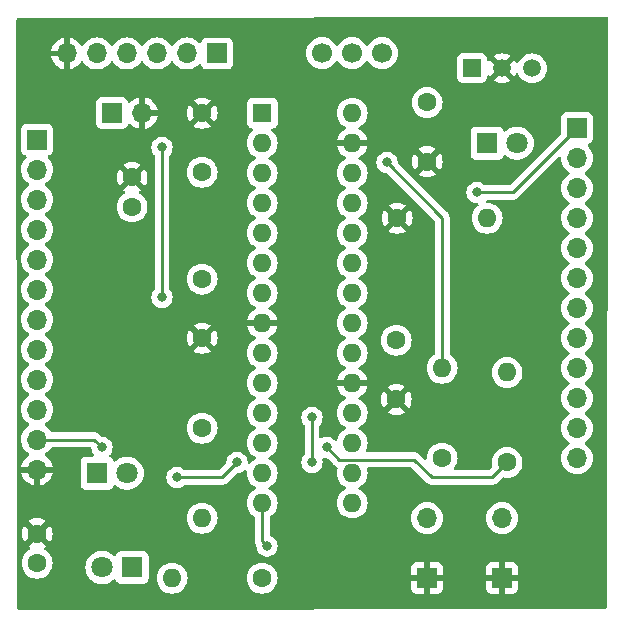
<source format=gbr>
%TF.GenerationSoftware,KiCad,Pcbnew,7.0.1-0*%
%TF.CreationDate,2023-06-05T16:05:10-05:00*%
%TF.ProjectId,ME433 HW4,4d453433-3320-4485-9734-2e6b69636164,rev?*%
%TF.SameCoordinates,Original*%
%TF.FileFunction,Copper,L2,Bot*%
%TF.FilePolarity,Positive*%
%FSLAX46Y46*%
G04 Gerber Fmt 4.6, Leading zero omitted, Abs format (unit mm)*
G04 Created by KiCad (PCBNEW 7.0.1-0) date 2023-06-05 16:05:10*
%MOMM*%
%LPD*%
G01*
G04 APERTURE LIST*
%TA.AperFunction,ComponentPad*%
%ADD10C,1.600000*%
%TD*%
%TA.AperFunction,ComponentPad*%
%ADD11O,1.600000X1.600000*%
%TD*%
%TA.AperFunction,ComponentPad*%
%ADD12R,1.700000X1.700000*%
%TD*%
%TA.AperFunction,ComponentPad*%
%ADD13O,1.700000X1.700000*%
%TD*%
%TA.AperFunction,ComponentPad*%
%ADD14R,1.800000X1.800000*%
%TD*%
%TA.AperFunction,ComponentPad*%
%ADD15C,1.800000*%
%TD*%
%TA.AperFunction,ComponentPad*%
%ADD16R,1.600000X1.600000*%
%TD*%
%TA.AperFunction,ComponentPad*%
%ADD17R,1.500000X1.500000*%
%TD*%
%TA.AperFunction,ComponentPad*%
%ADD18C,1.500000*%
%TD*%
%TA.AperFunction,ComponentPad*%
%ADD19C,1.700000*%
%TD*%
%TA.AperFunction,ViaPad*%
%ADD20C,0.800000*%
%TD*%
%TA.AperFunction,Conductor*%
%ADD21C,0.250000*%
%TD*%
G04 APERTURE END LIST*
D10*
%TO.P,R1,1*%
%TO.N,/GREEN*%
X146905000Y-83455000D03*
D11*
%TO.P,R1,2*%
%TO.N,Net-(D1-K)*%
X146905000Y-91075000D03*
%TD*%
D12*
%TO.P,SW2,1,1*%
%TO.N,GND*%
X172305000Y-96155000D03*
D13*
%TO.P,SW2,2,2*%
%TO.N,/USER*%
X172305000Y-91075000D03*
%TD*%
D12*
%TO.P,SW1,1,1*%
%TO.N,GND*%
X165955000Y-96155000D03*
D13*
%TO.P,SW1,2,2*%
%TO.N,/~{MCLR}*%
X165955000Y-91075000D03*
%TD*%
D14*
%TO.P,D1,1,K*%
%TO.N,Net-(D1-K)*%
X138015000Y-87265000D03*
D15*
%TO.P,D1,2,A*%
%TO.N,+3.3V*%
X140555000Y-87265000D03*
%TD*%
D10*
%TO.P,R3,1*%
%TO.N,/~{MCLR}*%
X167225000Y-85995000D03*
D11*
%TO.P,R3,2*%
%TO.N,+3.3V*%
X167225000Y-78375000D03*
%TD*%
D10*
%TO.P,R2,1*%
%TO.N,/YELLOW*%
X151985000Y-96155000D03*
D11*
%TO.P,R2,2*%
%TO.N,Net-(D2-K)*%
X144365000Y-96155000D03*
%TD*%
D14*
%TO.P,D3,1,K*%
%TO.N,Net-(D3-K)*%
X171035000Y-59325000D03*
D15*
%TO.P,D3,2,A*%
%TO.N,Net-(D3-A)*%
X173575000Y-59325000D03*
%TD*%
D12*
%TO.P,J2,1*%
%TO.N,/B15*%
X178655000Y-58055000D03*
D13*
%TO.P,J2,2*%
%TO.N,/B14*%
X178655000Y-60595000D03*
%TO.P,J2,3*%
%TO.N,/B13*%
X178655000Y-63135000D03*
%TO.P,J2,4*%
%TO.N,/B12*%
X178655000Y-65675000D03*
%TO.P,J2,5*%
%TO.N,/B11*%
X178655000Y-68215000D03*
%TO.P,J2,6*%
%TO.N,/B10*%
X178655000Y-70755000D03*
%TO.P,J2,7*%
%TO.N,/B9*%
X178655000Y-73295000D03*
%TO.P,J2,8*%
%TO.N,/B8*%
X178655000Y-75835000D03*
%TO.P,J2,9*%
%TO.N,/B7*%
X178655000Y-78375000D03*
%TO.P,J2,10*%
%TO.N,/Vin*%
X178655000Y-80915000D03*
%TO.P,J2,11*%
%TO.N,+3.3V*%
X178655000Y-83455000D03*
%TO.P,J2,12*%
%TO.N,unconnected-(J2-Pad12)*%
X178655000Y-85995000D03*
%TD*%
D10*
%TO.P,C4,1*%
%TO.N,Net-(SW3-B)*%
X165955000Y-55880000D03*
%TO.P,C4,2*%
%TO.N,GND*%
X165955000Y-60880000D03*
%TD*%
%TO.P,R5,1*%
%TO.N,GND*%
X163415000Y-65675000D03*
D11*
%TO.P,R5,2*%
%TO.N,Net-(D3-K)*%
X171035000Y-65675000D03*
%TD*%
D12*
%TO.P,J3,1,Power*%
%TO.N,Net-(J3-Power)*%
X139285000Y-56785000D03*
D13*
%TO.P,J3,2,GND*%
%TO.N,GND*%
X141825000Y-56785000D03*
%TD*%
D10*
%TO.P,C1,1*%
%TO.N,+3.3V*%
X132935000Y-94885000D03*
%TO.P,C1,2*%
%TO.N,GND*%
X132935000Y-92385000D03*
%TD*%
D12*
%TO.P,J1,1*%
%TO.N,/A0*%
X132935000Y-59025000D03*
D13*
%TO.P,J1,2*%
%TO.N,/A1*%
X132935000Y-61565000D03*
%TO.P,J1,3*%
%TO.N,/B0*%
X132935000Y-64105000D03*
%TO.P,J1,4*%
%TO.N,/B1*%
X132935000Y-66645000D03*
%TO.P,J1,5*%
%TO.N,/B2*%
X132935000Y-69185000D03*
%TO.P,J1,6*%
%TO.N,/A3*%
X132935000Y-71725000D03*
%TO.P,J1,7*%
%TO.N,/GREEN*%
X132935000Y-74265000D03*
%TO.P,J1,8*%
%TO.N,/YELLOW*%
X132935000Y-76805000D03*
%TO.P,J1,9*%
%TO.N,/B6*%
X132935000Y-79345000D03*
%TO.P,J1,10*%
%TO.N,/Vin*%
X132935000Y-81885000D03*
%TO.P,J1,11*%
%TO.N,+3.3V*%
X132935000Y-84425000D03*
%TO.P,J1,12*%
%TO.N,GND*%
X132935000Y-86965000D03*
%TD*%
D14*
%TO.P,D2,1,K*%
%TO.N,Net-(D2-K)*%
X140970000Y-95250000D03*
D15*
%TO.P,D2,2,A*%
%TO.N,+3.3V*%
X138430000Y-95250000D03*
%TD*%
D16*
%TO.P,U1,1,~{MCLR}*%
%TO.N,/~{MCLR}*%
X151995000Y-56770000D03*
D11*
%TO.P,U1,2,A0*%
%TO.N,/A0*%
X151995000Y-59310000D03*
%TO.P,U1,3,A1*%
%TO.N,/A1*%
X151995000Y-61850000D03*
%TO.P,U1,4,B0*%
%TO.N,/B0*%
X151995000Y-64390000D03*
%TO.P,U1,5,B1*%
%TO.N,/B1*%
X151995000Y-66930000D03*
%TO.P,U1,6,B2*%
%TO.N,/B2*%
X151995000Y-69470000D03*
%TO.P,U1,7,B3*%
%TO.N,/U1TX*%
X151995000Y-72010000D03*
%TO.P,U1,8,Vss*%
%TO.N,GND*%
X151995000Y-74550000D03*
%TO.P,U1,9,A2*%
%TO.N,/U1RX*%
X151995000Y-77090000D03*
%TO.P,U1,10,A3*%
%TO.N,/A3*%
X151995000Y-79630000D03*
%TO.P,U1,11,B4*%
%TO.N,/GREEN*%
X151995000Y-82170000D03*
%TO.P,U1,12,A4*%
%TO.N,/USER*%
X151995000Y-84710000D03*
%TO.P,U1,13,Vdd*%
%TO.N,+3.3V*%
X151995000Y-87250000D03*
%TO.P,U1,14,B5*%
%TO.N,/YELLOW*%
X151995000Y-89790000D03*
%TO.P,U1,15,B6*%
%TO.N,/B6*%
X159615000Y-89790000D03*
%TO.P,U1,16,B7*%
%TO.N,/B7*%
X159615000Y-87250000D03*
%TO.P,U1,17,B8*%
%TO.N,/B8*%
X159615000Y-84710000D03*
%TO.P,U1,18,B9*%
%TO.N,/B9*%
X159615000Y-82170000D03*
%TO.P,U1,19,Vss*%
%TO.N,GND*%
X159615000Y-79630000D03*
%TO.P,U1,20,Vcap*%
%TO.N,Net-(U1-Vcap)*%
X159615000Y-77090000D03*
%TO.P,U1,21,B10*%
%TO.N,/B10*%
X159615000Y-74550000D03*
%TO.P,U1,22,B11*%
%TO.N,/B11*%
X159615000Y-72010000D03*
%TO.P,U1,23,B12*%
%TO.N,/B12*%
X159615000Y-69470000D03*
%TO.P,U1,24,B13*%
%TO.N,/B13*%
X159615000Y-66930000D03*
%TO.P,U1,25,B14*%
%TO.N,/B14*%
X159615000Y-64390000D03*
%TO.P,U1,26,B15*%
%TO.N,/B15*%
X159615000Y-61850000D03*
%TO.P,U1,27,AVss*%
%TO.N,GND*%
X159615000Y-59310000D03*
%TO.P,U1,28,AVdd*%
%TO.N,+3.3V*%
X159615000Y-56770000D03*
%TD*%
D10*
%TO.P,C6,1*%
%TO.N,Net-(D3-A)*%
X146905000Y-61785000D03*
%TO.P,C6,2*%
%TO.N,GND*%
X146905000Y-56785000D03*
%TD*%
D17*
%TO.P,U3,1,VO*%
%TO.N,Net-(D3-A)*%
X169765000Y-52975000D03*
D18*
%TO.P,U3,2,GND*%
%TO.N,GND*%
X172305000Y-52975000D03*
%TO.P,U3,3,VI*%
%TO.N,Net-(SW3-B)*%
X174845000Y-52975000D03*
%TD*%
D10*
%TO.P,C2,1*%
%TO.N,Net-(U1-Vcap)*%
X163339957Y-76015340D03*
%TO.P,C2,2*%
%TO.N,GND*%
X163339957Y-81015340D03*
%TD*%
D12*
%TO.P,U2,1*%
%TO.N,unconnected-(U2-Pad1)*%
X148150000Y-51730000D03*
D13*
%TO.P,U2,2*%
%TO.N,/U1TX*%
X145610000Y-51730000D03*
%TO.P,U2,3*%
%TO.N,/U1RX*%
X143070000Y-51730000D03*
%TO.P,U2,4*%
%TO.N,+5V*%
X140530000Y-51730000D03*
%TO.P,U2,5*%
%TO.N,unconnected-(U2-Pad5)*%
X137990000Y-51730000D03*
%TO.P,U2,6*%
%TO.N,GND*%
X135450000Y-51730000D03*
%TD*%
D19*
%TO.P,SW3,1,A*%
%TO.N,+5V*%
X157065000Y-51705000D03*
%TO.P,SW3,2,B*%
%TO.N,Net-(SW3-B)*%
X159605000Y-51705000D03*
%TO.P,SW3,3,C*%
%TO.N,Net-(J3-Power)*%
X162145000Y-51705000D03*
%TD*%
D10*
%TO.P,R4,1*%
%TO.N,/USER*%
X172720000Y-86360000D03*
D11*
%TO.P,R4,2*%
%TO.N,+3.3V*%
X172720000Y-78740000D03*
%TD*%
D10*
%TO.P,C3,1*%
%TO.N,+3.3V*%
X140970000Y-64730000D03*
%TO.P,C3,2*%
%TO.N,GND*%
X140970000Y-62230000D03*
%TD*%
%TO.P,C5,1*%
%TO.N,Net-(D3-A)*%
X146905000Y-70835000D03*
%TO.P,C5,2*%
%TO.N,GND*%
X146905000Y-75835000D03*
%TD*%
D20*
%TO.N,+3.3V*%
X149860000Y-86360000D03*
X144780000Y-87630000D03*
X138430000Y-85090000D03*
X162560000Y-60960000D03*
%TO.N,/YELLOW*%
X152400000Y-93434500D03*
%TO.N,/B15*%
X170180000Y-63500000D03*
%TO.N,/USER*%
X157480000Y-85090000D03*
%TO.N,/~{MCLR}*%
X156210000Y-86360000D03*
X156210000Y-82550000D03*
%TO.N,/U1TX*%
X143510000Y-72390000D03*
X143510000Y-59690000D03*
%TD*%
D21*
%TO.N,+3.3V*%
X148590000Y-87630000D02*
X144780000Y-87630000D01*
X132935000Y-84425000D02*
X134505000Y-84425000D01*
X167225000Y-65625000D02*
X167225000Y-78375000D01*
X138430000Y-85090000D02*
X137765000Y-84425000D01*
X162560000Y-60960000D02*
X167225000Y-65625000D01*
X149860000Y-86360000D02*
X148590000Y-87630000D01*
X137765000Y-84425000D02*
X132935000Y-84425000D01*
%TO.N,/YELLOW*%
X151995000Y-93029500D02*
X151995000Y-89790000D01*
X152400000Y-93434500D02*
X151995000Y-93029500D01*
%TO.N,/B15*%
X173210000Y-63500000D02*
X178655000Y-58055000D01*
X170180000Y-63500000D02*
X173210000Y-63500000D01*
%TO.N,/USER*%
X164865000Y-86125000D02*
X166370000Y-87630000D01*
X171450000Y-87630000D02*
X172720000Y-86360000D01*
X157480000Y-85090000D02*
X158515000Y-86125000D01*
X158515000Y-86125000D02*
X164865000Y-86125000D01*
X151970000Y-84710000D02*
X151995000Y-84710000D01*
X166370000Y-87630000D02*
X171450000Y-87630000D01*
%TO.N,/~{MCLR}*%
X156210000Y-86360000D02*
X156210000Y-82550000D01*
%TO.N,/U1TX*%
X143510000Y-59690000D02*
X143510000Y-72390000D01*
%TD*%
%TA.AperFunction,Conductor*%
%TO.N,GND*%
G36*
X181187148Y-48629012D02*
G01*
X181232679Y-48674522D01*
X181249257Y-48736727D01*
X181142653Y-98638830D01*
X181125975Y-98700678D01*
X181080656Y-98745951D01*
X181018790Y-98762565D01*
X131358219Y-98817445D01*
X131296204Y-98800902D01*
X131250767Y-98755569D01*
X131234082Y-98693592D01*
X131232607Y-97448352D01*
X131229570Y-94884999D01*
X131629531Y-94884999D01*
X131649364Y-95111689D01*
X131708261Y-95331497D01*
X131804432Y-95537735D01*
X131934953Y-95724140D01*
X132095859Y-95885046D01*
X132282264Y-96015567D01*
X132282265Y-96015567D01*
X132282266Y-96015568D01*
X132488504Y-96111739D01*
X132708308Y-96170635D01*
X132935000Y-96190468D01*
X133161692Y-96170635D01*
X133381496Y-96111739D01*
X133587734Y-96015568D01*
X133774139Y-95885047D01*
X133935047Y-95724139D01*
X134065568Y-95537734D01*
X134161739Y-95331496D01*
X134183576Y-95250000D01*
X137024699Y-95250000D01*
X137043865Y-95481299D01*
X137043865Y-95481301D01*
X137043866Y-95481305D01*
X137100843Y-95706300D01*
X137100844Y-95706303D01*
X137108668Y-95724139D01*
X137194076Y-95918849D01*
X137321021Y-96113153D01*
X137478216Y-96283913D01*
X137661374Y-96426470D01*
X137865497Y-96536936D01*
X137975258Y-96574617D01*
X138085015Y-96612297D01*
X138085017Y-96612297D01*
X138085019Y-96612298D01*
X138313951Y-96650500D01*
X138546048Y-96650500D01*
X138546049Y-96650500D01*
X138774981Y-96612298D01*
X138994503Y-96536936D01*
X139198626Y-96426470D01*
X139381784Y-96283913D01*
X139390132Y-96274843D01*
X139442754Y-96240989D01*
X139505209Y-96237140D01*
X139561592Y-96264277D01*
X139597544Y-96315491D01*
X139626204Y-96392331D01*
X139712454Y-96507546D01*
X139827669Y-96593796D01*
X139962517Y-96644091D01*
X140022127Y-96650500D01*
X141917872Y-96650499D01*
X141977483Y-96644091D01*
X142112331Y-96593796D01*
X142227546Y-96507546D01*
X142313796Y-96392331D01*
X142364091Y-96257483D01*
X142370500Y-96197873D01*
X142370500Y-96155000D01*
X143059531Y-96155000D01*
X143079364Y-96381689D01*
X143138261Y-96601497D01*
X143234432Y-96807735D01*
X143364953Y-96994140D01*
X143525859Y-97155046D01*
X143712264Y-97285567D01*
X143712265Y-97285567D01*
X143712266Y-97285568D01*
X143918504Y-97381739D01*
X144138308Y-97440635D01*
X144365000Y-97460468D01*
X144591692Y-97440635D01*
X144811496Y-97381739D01*
X145017734Y-97285568D01*
X145204139Y-97155047D01*
X145365047Y-96994139D01*
X145495568Y-96807734D01*
X145591739Y-96601496D01*
X145650635Y-96381692D01*
X145670468Y-96155000D01*
X150679531Y-96155000D01*
X150699364Y-96381689D01*
X150758261Y-96601497D01*
X150854432Y-96807735D01*
X150984953Y-96994140D01*
X151145859Y-97155046D01*
X151332264Y-97285567D01*
X151332265Y-97285567D01*
X151332266Y-97285568D01*
X151538504Y-97381739D01*
X151758308Y-97440635D01*
X151985000Y-97460468D01*
X152211692Y-97440635D01*
X152431496Y-97381739D01*
X152637734Y-97285568D01*
X152824139Y-97155047D01*
X152985047Y-96994139D01*
X153115568Y-96807734D01*
X153211739Y-96601496D01*
X153264390Y-96405000D01*
X164605000Y-96405000D01*
X164605000Y-97052824D01*
X164611402Y-97112375D01*
X164661647Y-97247089D01*
X164747811Y-97362188D01*
X164862910Y-97448352D01*
X164997624Y-97498597D01*
X165057176Y-97505000D01*
X165705000Y-97505000D01*
X165705000Y-96405000D01*
X166205000Y-96405000D01*
X166205000Y-97505000D01*
X166852824Y-97505000D01*
X166912375Y-97498597D01*
X167047089Y-97448352D01*
X167162188Y-97362188D01*
X167248352Y-97247089D01*
X167298597Y-97112375D01*
X167305000Y-97052824D01*
X167305000Y-96405000D01*
X170955000Y-96405000D01*
X170955000Y-97052824D01*
X170961402Y-97112375D01*
X171011647Y-97247089D01*
X171097811Y-97362188D01*
X171212910Y-97448352D01*
X171347624Y-97498597D01*
X171407176Y-97505000D01*
X172055000Y-97505000D01*
X172055000Y-96405000D01*
X172555000Y-96405000D01*
X172555000Y-97505000D01*
X173202824Y-97505000D01*
X173262375Y-97498597D01*
X173397089Y-97448352D01*
X173512188Y-97362188D01*
X173598352Y-97247089D01*
X173648597Y-97112375D01*
X173655000Y-97052824D01*
X173655000Y-96405000D01*
X172555000Y-96405000D01*
X172055000Y-96405000D01*
X170955000Y-96405000D01*
X167305000Y-96405000D01*
X166205000Y-96405000D01*
X165705000Y-96405000D01*
X164605000Y-96405000D01*
X153264390Y-96405000D01*
X153270635Y-96381692D01*
X153290468Y-96155000D01*
X153270635Y-95928308D01*
X153264390Y-95905000D01*
X164605000Y-95905000D01*
X165705000Y-95905000D01*
X165705000Y-94805000D01*
X166205000Y-94805000D01*
X166205000Y-95905000D01*
X167305000Y-95905000D01*
X170955000Y-95905000D01*
X172055000Y-95905000D01*
X172055000Y-94805000D01*
X172555000Y-94805000D01*
X172555000Y-95905000D01*
X173655000Y-95905000D01*
X173655000Y-95257176D01*
X173648597Y-95197624D01*
X173598352Y-95062910D01*
X173512188Y-94947811D01*
X173397089Y-94861647D01*
X173262375Y-94811402D01*
X173202824Y-94805000D01*
X172555000Y-94805000D01*
X172055000Y-94805000D01*
X171407176Y-94805000D01*
X171347624Y-94811402D01*
X171212910Y-94861647D01*
X171097811Y-94947811D01*
X171011647Y-95062910D01*
X170961402Y-95197624D01*
X170955000Y-95257176D01*
X170955000Y-95905000D01*
X167305000Y-95905000D01*
X167305000Y-95257176D01*
X167298597Y-95197624D01*
X167248352Y-95062910D01*
X167162188Y-94947811D01*
X167047089Y-94861647D01*
X166912375Y-94811402D01*
X166852824Y-94805000D01*
X166205000Y-94805000D01*
X165705000Y-94805000D01*
X165057176Y-94805000D01*
X164997624Y-94811402D01*
X164862910Y-94861647D01*
X164747811Y-94947811D01*
X164661647Y-95062910D01*
X164611402Y-95197624D01*
X164605000Y-95257176D01*
X164605000Y-95905000D01*
X153264390Y-95905000D01*
X153211739Y-95708504D01*
X153115568Y-95502266D01*
X152995995Y-95331497D01*
X152985046Y-95315859D01*
X152824140Y-95154953D01*
X152637735Y-95024432D01*
X152431497Y-94928261D01*
X152211689Y-94869364D01*
X151985000Y-94849531D01*
X151758310Y-94869364D01*
X151538502Y-94928261D01*
X151332264Y-95024432D01*
X151145859Y-95154953D01*
X150984953Y-95315859D01*
X150854432Y-95502264D01*
X150758261Y-95708502D01*
X150699364Y-95928310D01*
X150679531Y-96155000D01*
X145670468Y-96155000D01*
X145650635Y-95928308D01*
X145591739Y-95708504D01*
X145495568Y-95502266D01*
X145375995Y-95331497D01*
X145365046Y-95315859D01*
X145204140Y-95154953D01*
X145017735Y-95024432D01*
X144811497Y-94928261D01*
X144591689Y-94869364D01*
X144365000Y-94849531D01*
X144138310Y-94869364D01*
X143918502Y-94928261D01*
X143712264Y-95024432D01*
X143525859Y-95154953D01*
X143364953Y-95315859D01*
X143234432Y-95502264D01*
X143138261Y-95708502D01*
X143079364Y-95928310D01*
X143059531Y-96155000D01*
X142370500Y-96155000D01*
X142370499Y-94302128D01*
X142364091Y-94242517D01*
X142313796Y-94107669D01*
X142227546Y-93992454D01*
X142112331Y-93906204D01*
X141977483Y-93855909D01*
X141917873Y-93849500D01*
X141917869Y-93849500D01*
X140022130Y-93849500D01*
X139962515Y-93855909D01*
X139827669Y-93906204D01*
X139712454Y-93992454D01*
X139626204Y-94107669D01*
X139597545Y-94184508D01*
X139561593Y-94235721D01*
X139505211Y-94262859D01*
X139442757Y-94259011D01*
X139390133Y-94225157D01*
X139381784Y-94216087D01*
X139198627Y-94073531D01*
X139198626Y-94073530D01*
X138994503Y-93963064D01*
X138994499Y-93963062D01*
X138994498Y-93963062D01*
X138774984Y-93887702D01*
X138584456Y-93855909D01*
X138546049Y-93849500D01*
X138313951Y-93849500D01*
X138275544Y-93855909D01*
X138085015Y-93887702D01*
X137865501Y-93963062D01*
X137661372Y-94073531D01*
X137478215Y-94216087D01*
X137321020Y-94386848D01*
X137194076Y-94581150D01*
X137100844Y-94793696D01*
X137100842Y-94793700D01*
X137100843Y-94793700D01*
X137061817Y-94947811D01*
X137043865Y-95018700D01*
X137024699Y-95250000D01*
X134183576Y-95250000D01*
X134220635Y-95111692D01*
X134240468Y-94885000D01*
X134220635Y-94658308D01*
X134161739Y-94438504D01*
X134065568Y-94232266D01*
X134060590Y-94225157D01*
X133935046Y-94045859D01*
X133774140Y-93884953D01*
X133587735Y-93754432D01*
X133572023Y-93747106D01*
X133519847Y-93701348D01*
X133500428Y-93634722D01*
X133519849Y-93568097D01*
X133572026Y-93522340D01*
X133587484Y-93515131D01*
X133660472Y-93464025D01*
X132935001Y-92738553D01*
X132935000Y-92738553D01*
X132209526Y-93464025D01*
X132209526Y-93464026D01*
X132282515Y-93515133D01*
X132297975Y-93522342D01*
X132350150Y-93568098D01*
X132369570Y-93634722D01*
X132350152Y-93701347D01*
X132297978Y-93747104D01*
X132282268Y-93754429D01*
X132095859Y-93884953D01*
X131934953Y-94045859D01*
X131804432Y-94232264D01*
X131708261Y-94438502D01*
X131649364Y-94658310D01*
X131629531Y-94884999D01*
X131229570Y-94884999D01*
X131226608Y-92384999D01*
X131630033Y-92384999D01*
X131649858Y-92611602D01*
X131708733Y-92831326D01*
X131804866Y-93037484D01*
X131855972Y-93110471D01*
X131855974Y-93110472D01*
X132581446Y-92385001D01*
X133288553Y-92385001D01*
X134014025Y-93110472D01*
X134065134Y-93037480D01*
X134161266Y-92831326D01*
X134220141Y-92611602D01*
X134239966Y-92384999D01*
X134220141Y-92158397D01*
X134161266Y-91938673D01*
X134065133Y-91732515D01*
X134014025Y-91659526D01*
X133288553Y-92385000D01*
X133288553Y-92385001D01*
X132581446Y-92385001D01*
X132581446Y-92385000D01*
X131855973Y-91659526D01*
X131855973Y-91659527D01*
X131804865Y-91732516D01*
X131708733Y-91938672D01*
X131649858Y-92158397D01*
X131630033Y-92384999D01*
X131226608Y-92384999D01*
X131225329Y-91305973D01*
X132209526Y-91305973D01*
X132935000Y-92031446D01*
X132935001Y-92031446D01*
X133660472Y-91305974D01*
X133660471Y-91305972D01*
X133587484Y-91254866D01*
X133381326Y-91158733D01*
X133161602Y-91099858D01*
X132935000Y-91080033D01*
X132708397Y-91099858D01*
X132488672Y-91158733D01*
X132282516Y-91254865D01*
X132209527Y-91305973D01*
X132209526Y-91305973D01*
X131225329Y-91305973D01*
X131225055Y-91074999D01*
X145599531Y-91074999D01*
X145619364Y-91301689D01*
X145678261Y-91521497D01*
X145774432Y-91727735D01*
X145904953Y-91914140D01*
X146065859Y-92075046D01*
X146252264Y-92205567D01*
X146252265Y-92205567D01*
X146252266Y-92205568D01*
X146458504Y-92301739D01*
X146678308Y-92360635D01*
X146829436Y-92373857D01*
X146904999Y-92380468D01*
X146904999Y-92380467D01*
X146905000Y-92380468D01*
X147131692Y-92360635D01*
X147351496Y-92301739D01*
X147557734Y-92205568D01*
X147744139Y-92075047D01*
X147905047Y-91914139D01*
X148035568Y-91727734D01*
X148131739Y-91521496D01*
X148190635Y-91301692D01*
X148210468Y-91075000D01*
X148190635Y-90848308D01*
X148131739Y-90628504D01*
X148035568Y-90422266D01*
X148017996Y-90397171D01*
X147905046Y-90235859D01*
X147744140Y-90074953D01*
X147557735Y-89944432D01*
X147351497Y-89848261D01*
X147131689Y-89789364D01*
X146905000Y-89769531D01*
X146678310Y-89789364D01*
X146458502Y-89848261D01*
X146252264Y-89944432D01*
X146065859Y-90074953D01*
X145904953Y-90235859D01*
X145774432Y-90422264D01*
X145678261Y-90628502D01*
X145619364Y-90848310D01*
X145599531Y-91074999D01*
X131225055Y-91074999D01*
X131220482Y-87215000D01*
X131604364Y-87215000D01*
X131661569Y-87428492D01*
X131761399Y-87642576D01*
X131896893Y-87836081D01*
X132063918Y-88003106D01*
X132257423Y-88138600D01*
X132471507Y-88238430D01*
X132684999Y-88295635D01*
X132685000Y-88295636D01*
X132685000Y-87215000D01*
X133185000Y-87215000D01*
X133185000Y-88295635D01*
X133398492Y-88238430D01*
X133612576Y-88138600D01*
X133806081Y-88003106D01*
X133973106Y-87836081D01*
X134108600Y-87642576D01*
X134208430Y-87428492D01*
X134265636Y-87215000D01*
X133185000Y-87215000D01*
X132685000Y-87215000D01*
X131604364Y-87215000D01*
X131220482Y-87215000D01*
X131217176Y-84424999D01*
X131579340Y-84424999D01*
X131599936Y-84660407D01*
X131628836Y-84768261D01*
X131661097Y-84888663D01*
X131760965Y-85102830D01*
X131896505Y-85296401D01*
X132063599Y-85463495D01*
X132249597Y-85593732D01*
X132288460Y-85638048D01*
X132302471Y-85695305D01*
X132288461Y-85752561D01*
X132249595Y-85796880D01*
X132063919Y-85926892D01*
X131896890Y-86093921D01*
X131761400Y-86287421D01*
X131661569Y-86501507D01*
X131604364Y-86714999D01*
X131604364Y-86715000D01*
X134265636Y-86715000D01*
X134265635Y-86714999D01*
X134208430Y-86501507D01*
X134108599Y-86287421D01*
X133973109Y-86093921D01*
X133806081Y-85926893D01*
X133620404Y-85796880D01*
X133581539Y-85752562D01*
X133567528Y-85695305D01*
X133581539Y-85638048D01*
X133620402Y-85593732D01*
X133806401Y-85463495D01*
X133973495Y-85296401D01*
X134108653Y-85103374D01*
X134152970Y-85064511D01*
X134210227Y-85050500D01*
X137408738Y-85050500D01*
X137466952Y-85065014D01*
X137511539Y-85105160D01*
X137532059Y-85161538D01*
X137544326Y-85278257D01*
X137602820Y-85458284D01*
X137697466Y-85622216D01*
X137729261Y-85657528D01*
X137756543Y-85707154D01*
X137758915Y-85763736D01*
X137735881Y-85815470D01*
X137692246Y-85851568D01*
X137637111Y-85864500D01*
X137067130Y-85864500D01*
X137007515Y-85870909D01*
X136872669Y-85921204D01*
X136757454Y-86007454D01*
X136671204Y-86122668D01*
X136620909Y-86257516D01*
X136614500Y-86317130D01*
X136614500Y-88212869D01*
X136620909Y-88272484D01*
X136642545Y-88330493D01*
X136671204Y-88407331D01*
X136757454Y-88522546D01*
X136872669Y-88608796D01*
X137007517Y-88659091D01*
X137067127Y-88665500D01*
X138962872Y-88665499D01*
X139022483Y-88659091D01*
X139157331Y-88608796D01*
X139272546Y-88522546D01*
X139358796Y-88407331D01*
X139387455Y-88330490D01*
X139423405Y-88279279D01*
X139479787Y-88252140D01*
X139542242Y-88255988D01*
X139594864Y-88289841D01*
X139603216Y-88298913D01*
X139786374Y-88441470D01*
X139990497Y-88551936D01*
X140023486Y-88563261D01*
X140210015Y-88627297D01*
X140210017Y-88627297D01*
X140210019Y-88627298D01*
X140438951Y-88665500D01*
X140671048Y-88665500D01*
X140671049Y-88665500D01*
X140899981Y-88627298D01*
X141119503Y-88551936D01*
X141323626Y-88441470D01*
X141506784Y-88298913D01*
X141663979Y-88128153D01*
X141790924Y-87933849D01*
X141884157Y-87721300D01*
X141907278Y-87630000D01*
X143874540Y-87630000D01*
X143894326Y-87818257D01*
X143952820Y-87998284D01*
X144047466Y-88162216D01*
X144174129Y-88302889D01*
X144327269Y-88414151D01*
X144500197Y-88491144D01*
X144685352Y-88530500D01*
X144685354Y-88530500D01*
X144874646Y-88530500D01*
X144874648Y-88530500D01*
X144998083Y-88504262D01*
X145059803Y-88491144D01*
X145232730Y-88414151D01*
X145385871Y-88302888D01*
X145391598Y-88296526D01*
X145433312Y-88266220D01*
X145483747Y-88255500D01*
X148507256Y-88255500D01*
X148527762Y-88257764D01*
X148530665Y-88257672D01*
X148530667Y-88257673D01*
X148597872Y-88255561D01*
X148601768Y-88255500D01*
X148629349Y-88255500D01*
X148629350Y-88255500D01*
X148633319Y-88254998D01*
X148644965Y-88254080D01*
X148688627Y-88252709D01*
X148707859Y-88247120D01*
X148726918Y-88243174D01*
X148734099Y-88242267D01*
X148746792Y-88240664D01*
X148787407Y-88224582D01*
X148798444Y-88220803D01*
X148840390Y-88208618D01*
X148857629Y-88198422D01*
X148875102Y-88189862D01*
X148893732Y-88182486D01*
X148929064Y-88156814D01*
X148938830Y-88150400D01*
X148976418Y-88128171D01*
X148976417Y-88128171D01*
X148976420Y-88128170D01*
X148990585Y-88114004D01*
X149005373Y-88101373D01*
X149021587Y-88089594D01*
X149049438Y-88055926D01*
X149057279Y-88047309D01*
X149807771Y-87296819D01*
X149848000Y-87269939D01*
X149895453Y-87260500D01*
X149954648Y-87260500D01*
X150078083Y-87234262D01*
X150139803Y-87221144D01*
X150312730Y-87144151D01*
X150465871Y-87032888D01*
X150486664Y-87009794D01*
X150537625Y-86975808D01*
X150598639Y-86970362D01*
X150654814Y-86994788D01*
X150692443Y-87043124D01*
X150702342Y-87103574D01*
X150689531Y-87249999D01*
X150709364Y-87476689D01*
X150768261Y-87696497D01*
X150864432Y-87902735D01*
X150994953Y-88089140D01*
X151155859Y-88250046D01*
X151270751Y-88330493D01*
X151342266Y-88380568D01*
X151400275Y-88407618D01*
X151452450Y-88453375D01*
X151471869Y-88520000D01*
X151452450Y-88586625D01*
X151400275Y-88632382D01*
X151342263Y-88659433D01*
X151155859Y-88789953D01*
X150994953Y-88950859D01*
X150864432Y-89137264D01*
X150768261Y-89343502D01*
X150709364Y-89563310D01*
X150689531Y-89790000D01*
X150709364Y-90016689D01*
X150768261Y-90236497D01*
X150864432Y-90442735D01*
X150994953Y-90629140D01*
X151155859Y-90790046D01*
X151316623Y-90902613D01*
X151355489Y-90946931D01*
X151369500Y-91004188D01*
X151369500Y-92946756D01*
X151367235Y-92967262D01*
X151369439Y-93037373D01*
X151369500Y-93041268D01*
X151369500Y-93068849D01*
X151370003Y-93072834D01*
X151370918Y-93084467D01*
X151372290Y-93128126D01*
X151377879Y-93147360D01*
X151381825Y-93166416D01*
X151384335Y-93186292D01*
X151400414Y-93226904D01*
X151404197Y-93237951D01*
X151416382Y-93279891D01*
X151426580Y-93297135D01*
X151435136Y-93314600D01*
X151442514Y-93333232D01*
X151442515Y-93333233D01*
X151468183Y-93368563D01*
X151474589Y-93378312D01*
X151477904Y-93383918D01*
X151494496Y-93434082D01*
X151514326Y-93622757D01*
X151572820Y-93802784D01*
X151667466Y-93966716D01*
X151794129Y-94107389D01*
X151947269Y-94218651D01*
X152120197Y-94295644D01*
X152305352Y-94335000D01*
X152305354Y-94335000D01*
X152494646Y-94335000D01*
X152494648Y-94335000D01*
X152618084Y-94308762D01*
X152679803Y-94295644D01*
X152852730Y-94218651D01*
X152899724Y-94184508D01*
X153005870Y-94107389D01*
X153132533Y-93966716D01*
X153227179Y-93802784D01*
X153227178Y-93802784D01*
X153285674Y-93622756D01*
X153305460Y-93434500D01*
X153285674Y-93246244D01*
X153241559Y-93110472D01*
X153227179Y-93066215D01*
X153132533Y-92902283D01*
X153005870Y-92761610D01*
X152852734Y-92650350D01*
X152757212Y-92607821D01*
X152694061Y-92579704D01*
X152655302Y-92552564D01*
X152629529Y-92512877D01*
X152620500Y-92466426D01*
X152620500Y-91004188D01*
X152634511Y-90946931D01*
X152673377Y-90902613D01*
X152834140Y-90790046D01*
X152995046Y-90629140D01*
X152995491Y-90628504D01*
X153125568Y-90442734D01*
X153221739Y-90236496D01*
X153280635Y-90016692D01*
X153300468Y-89790000D01*
X153280635Y-89563308D01*
X153221739Y-89343504D01*
X153125568Y-89137266D01*
X152995047Y-88950861D01*
X152995046Y-88950859D01*
X152834140Y-88789953D01*
X152647733Y-88659431D01*
X152589725Y-88632382D01*
X152537549Y-88586625D01*
X152518129Y-88520000D01*
X152537549Y-88453375D01*
X152589725Y-88407618D01*
X152647734Y-88380568D01*
X152834139Y-88250047D01*
X152995047Y-88089139D01*
X153125568Y-87902734D01*
X153221739Y-87696496D01*
X153280635Y-87476692D01*
X153300468Y-87250000D01*
X153280635Y-87023308D01*
X153221739Y-86803504D01*
X153125568Y-86597266D01*
X153124787Y-86596151D01*
X152995046Y-86410859D01*
X152944187Y-86360000D01*
X155304540Y-86360000D01*
X155324326Y-86548257D01*
X155382820Y-86728284D01*
X155477466Y-86892216D01*
X155604129Y-87032889D01*
X155757269Y-87144151D01*
X155930197Y-87221144D01*
X156115352Y-87260500D01*
X156115354Y-87260500D01*
X156304646Y-87260500D01*
X156304648Y-87260500D01*
X156428083Y-87234262D01*
X156489803Y-87221144D01*
X156662730Y-87144151D01*
X156726550Y-87097783D01*
X156815870Y-87032889D01*
X156942533Y-86892216D01*
X157037179Y-86728284D01*
X157060975Y-86655047D01*
X157095674Y-86548256D01*
X157115460Y-86360000D01*
X157095674Y-86171744D01*
X157077292Y-86115173D01*
X157073934Y-86051076D01*
X157103074Y-85993885D01*
X157156906Y-85958926D01*
X157221005Y-85955567D01*
X157385352Y-85990500D01*
X157385354Y-85990500D01*
X157444548Y-85990500D01*
X157492001Y-85999939D01*
X157532228Y-86026818D01*
X157779421Y-86274012D01*
X158014196Y-86508787D01*
X158027096Y-86524888D01*
X158078223Y-86572900D01*
X158081019Y-86575610D01*
X158100529Y-86595120D01*
X158103711Y-86597588D01*
X158112571Y-86605155D01*
X158144418Y-86635062D01*
X158161972Y-86644712D01*
X158178236Y-86655396D01*
X158189972Y-86664499D01*
X158194064Y-86667673D01*
X158218909Y-86678424D01*
X158234152Y-86685021D01*
X158244631Y-86690154D01*
X158282908Y-86711197D01*
X158283247Y-86711284D01*
X158289431Y-86714782D01*
X158296637Y-86718744D01*
X158296588Y-86718831D01*
X158339479Y-86743096D01*
X158372076Y-86798876D01*
X158372189Y-86863482D01*
X158329364Y-87023308D01*
X158309531Y-87250000D01*
X158329364Y-87476689D01*
X158388261Y-87696497D01*
X158484432Y-87902735D01*
X158614953Y-88089140D01*
X158775859Y-88250046D01*
X158890751Y-88330493D01*
X158962266Y-88380568D01*
X159020275Y-88407618D01*
X159072450Y-88453375D01*
X159091869Y-88520000D01*
X159072450Y-88586625D01*
X159020275Y-88632382D01*
X158962263Y-88659433D01*
X158775859Y-88789953D01*
X158614953Y-88950859D01*
X158484432Y-89137264D01*
X158388261Y-89343502D01*
X158329364Y-89563310D01*
X158309531Y-89790000D01*
X158329364Y-90016689D01*
X158388261Y-90236497D01*
X158484432Y-90442735D01*
X158614953Y-90629140D01*
X158775859Y-90790046D01*
X158962264Y-90920567D01*
X158962265Y-90920567D01*
X158962266Y-90920568D01*
X159168504Y-91016739D01*
X159388308Y-91075635D01*
X159615000Y-91095468D01*
X159841692Y-91075635D01*
X159844066Y-91074999D01*
X164599340Y-91074999D01*
X164619936Y-91310407D01*
X164664709Y-91477501D01*
X164681097Y-91538663D01*
X164780965Y-91752830D01*
X164916505Y-91946401D01*
X165083599Y-92113495D01*
X165277170Y-92249035D01*
X165491337Y-92348903D01*
X165719591Y-92410062D01*
X165719592Y-92410063D01*
X165954999Y-92430659D01*
X165954999Y-92430658D01*
X165955000Y-92430659D01*
X166190408Y-92410063D01*
X166418663Y-92348903D01*
X166632830Y-92249035D01*
X166826401Y-92113495D01*
X166993495Y-91946401D01*
X167129035Y-91752830D01*
X167228903Y-91538663D01*
X167290063Y-91310408D01*
X167310659Y-91075000D01*
X167310659Y-91074999D01*
X170949340Y-91074999D01*
X170969936Y-91310407D01*
X171014709Y-91477501D01*
X171031097Y-91538663D01*
X171130965Y-91752830D01*
X171266505Y-91946401D01*
X171433599Y-92113495D01*
X171627170Y-92249035D01*
X171841337Y-92348903D01*
X172069591Y-92410062D01*
X172069592Y-92410063D01*
X172304999Y-92430659D01*
X172304999Y-92430658D01*
X172305000Y-92430659D01*
X172540408Y-92410063D01*
X172768663Y-92348903D01*
X172982830Y-92249035D01*
X173176401Y-92113495D01*
X173343495Y-91946401D01*
X173479035Y-91752830D01*
X173578903Y-91538663D01*
X173640063Y-91310408D01*
X173660659Y-91075000D01*
X173640063Y-90839592D01*
X173578903Y-90611337D01*
X173479035Y-90397171D01*
X173343495Y-90203599D01*
X173176401Y-90036505D01*
X172982830Y-89900965D01*
X172768663Y-89801097D01*
X172707502Y-89784709D01*
X172540407Y-89739936D01*
X172304999Y-89719340D01*
X172069592Y-89739936D01*
X171841336Y-89801097D01*
X171627170Y-89900965D01*
X171433598Y-90036505D01*
X171266505Y-90203598D01*
X171130965Y-90397170D01*
X171031097Y-90611336D01*
X170969936Y-90839592D01*
X170949340Y-91074999D01*
X167310659Y-91074999D01*
X167290063Y-90839592D01*
X167228903Y-90611337D01*
X167129035Y-90397171D01*
X166993495Y-90203599D01*
X166826401Y-90036505D01*
X166632830Y-89900965D01*
X166418663Y-89801097D01*
X166357502Y-89784709D01*
X166190407Y-89739936D01*
X165954999Y-89719340D01*
X165719592Y-89739936D01*
X165491336Y-89801097D01*
X165277170Y-89900965D01*
X165083598Y-90036505D01*
X164916505Y-90203598D01*
X164780965Y-90397170D01*
X164681097Y-90611336D01*
X164619936Y-90839592D01*
X164599340Y-91074999D01*
X159844066Y-91074999D01*
X160061496Y-91016739D01*
X160267734Y-90920568D01*
X160454139Y-90790047D01*
X160615047Y-90629139D01*
X160745568Y-90442734D01*
X160841739Y-90236496D01*
X160900635Y-90016692D01*
X160920468Y-89790000D01*
X160900635Y-89563308D01*
X160841739Y-89343504D01*
X160745568Y-89137266D01*
X160615047Y-88950861D01*
X160615046Y-88950859D01*
X160454140Y-88789953D01*
X160267733Y-88659431D01*
X160209725Y-88632382D01*
X160157549Y-88586625D01*
X160138129Y-88520000D01*
X160157549Y-88453375D01*
X160209725Y-88407618D01*
X160267734Y-88380568D01*
X160454139Y-88250047D01*
X160615047Y-88089139D01*
X160745568Y-87902734D01*
X160841739Y-87696496D01*
X160900635Y-87476692D01*
X160920468Y-87250000D01*
X160900635Y-87023308D01*
X160897014Y-87009795D01*
X160869362Y-86906593D01*
X160867520Y-86850309D01*
X160890761Y-86799013D01*
X160934293Y-86763288D01*
X160989137Y-86750500D01*
X164554548Y-86750500D01*
X164602001Y-86759939D01*
X164642229Y-86786819D01*
X165869196Y-88013787D01*
X165882096Y-88029888D01*
X165933223Y-88077900D01*
X165936020Y-88080611D01*
X165955529Y-88100120D01*
X165958711Y-88102588D01*
X165967571Y-88110155D01*
X165997861Y-88138600D01*
X165999418Y-88140062D01*
X166016970Y-88149711D01*
X166033238Y-88160397D01*
X166049064Y-88172673D01*
X166089146Y-88190017D01*
X166099633Y-88195155D01*
X166137907Y-88216197D01*
X166146410Y-88218379D01*
X166157308Y-88221178D01*
X166175713Y-88227478D01*
X166194104Y-88235437D01*
X166237250Y-88242270D01*
X166248668Y-88244635D01*
X166290981Y-88255500D01*
X166311016Y-88255500D01*
X166330415Y-88257027D01*
X166350196Y-88260160D01*
X166393674Y-88256050D01*
X166405344Y-88255500D01*
X171367256Y-88255500D01*
X171387762Y-88257764D01*
X171390665Y-88257672D01*
X171390667Y-88257673D01*
X171457872Y-88255561D01*
X171461768Y-88255500D01*
X171489349Y-88255500D01*
X171489350Y-88255500D01*
X171493319Y-88254998D01*
X171504965Y-88254080D01*
X171548627Y-88252709D01*
X171567859Y-88247120D01*
X171586918Y-88243174D01*
X171594099Y-88242267D01*
X171606792Y-88240664D01*
X171647407Y-88224582D01*
X171658444Y-88220803D01*
X171700390Y-88208618D01*
X171717629Y-88198422D01*
X171735102Y-88189862D01*
X171753732Y-88182486D01*
X171789064Y-88156814D01*
X171798830Y-88150400D01*
X171836418Y-88128171D01*
X171836417Y-88128171D01*
X171836420Y-88128170D01*
X171850585Y-88114004D01*
X171865373Y-88101373D01*
X171881587Y-88089594D01*
X171909438Y-88055926D01*
X171917279Y-88047309D01*
X172305178Y-87659411D01*
X172360763Y-87627319D01*
X172424951Y-87627319D01*
X172493308Y-87645635D01*
X172720000Y-87665468D01*
X172946692Y-87645635D01*
X173166496Y-87586739D01*
X173372734Y-87490568D01*
X173559139Y-87360047D01*
X173720047Y-87199139D01*
X173850568Y-87012734D01*
X173946739Y-86806496D01*
X174005635Y-86586692D01*
X174025468Y-86360000D01*
X174005635Y-86133308D01*
X173946739Y-85913504D01*
X173850568Y-85707266D01*
X173849507Y-85705751D01*
X173720046Y-85520859D01*
X173559140Y-85359953D01*
X173372735Y-85229432D01*
X173166497Y-85133261D01*
X172946689Y-85074364D01*
X172719999Y-85054531D01*
X172493310Y-85074364D01*
X172273502Y-85133261D01*
X172067264Y-85229432D01*
X171880859Y-85359953D01*
X171719953Y-85520859D01*
X171589432Y-85707264D01*
X171493261Y-85913502D01*
X171434364Y-86133310D01*
X171414531Y-86359999D01*
X171434364Y-86586690D01*
X171452680Y-86655047D01*
X171452680Y-86719234D01*
X171420586Y-86774821D01*
X171227225Y-86968183D01*
X171187000Y-86995061D01*
X171139547Y-87004500D01*
X168343961Y-87004500D01*
X168279633Y-86986509D01*
X168233972Y-86937757D01*
X168220226Y-86872391D01*
X168242386Y-86809377D01*
X168350447Y-86655047D01*
X168355568Y-86647734D01*
X168451739Y-86441496D01*
X168510635Y-86221692D01*
X168530468Y-85995000D01*
X168530370Y-85993885D01*
X168519611Y-85870909D01*
X168510635Y-85768308D01*
X168451739Y-85548504D01*
X168355568Y-85342266D01*
X168342144Y-85323095D01*
X168225046Y-85155859D01*
X168064140Y-84994953D01*
X167877735Y-84864432D01*
X167671497Y-84768261D01*
X167451689Y-84709364D01*
X167225000Y-84689531D01*
X166998310Y-84709364D01*
X166778502Y-84768261D01*
X166572264Y-84864432D01*
X166385859Y-84994953D01*
X166224953Y-85155859D01*
X166094432Y-85342264D01*
X165998261Y-85548502D01*
X165939364Y-85768310D01*
X165918586Y-86005807D01*
X165915243Y-86005514D01*
X165909190Y-86043614D01*
X165873073Y-86091506D01*
X165818703Y-86116842D01*
X165758801Y-86113693D01*
X165707387Y-86082796D01*
X165365802Y-85741211D01*
X165352906Y-85725113D01*
X165301775Y-85677098D01*
X165298978Y-85674387D01*
X165279470Y-85654879D01*
X165276290Y-85652412D01*
X165267424Y-85644839D01*
X165235582Y-85614938D01*
X165218024Y-85605285D01*
X165201764Y-85594604D01*
X165185936Y-85582327D01*
X165145851Y-85564980D01*
X165135361Y-85559841D01*
X165097091Y-85538802D01*
X165077691Y-85533821D01*
X165059284Y-85527519D01*
X165040897Y-85519562D01*
X164997758Y-85512729D01*
X164986324Y-85510361D01*
X164944019Y-85499500D01*
X164923984Y-85499500D01*
X164904586Y-85497973D01*
X164897162Y-85496797D01*
X164884805Y-85494840D01*
X164884804Y-85494840D01*
X164851751Y-85497964D01*
X164841325Y-85498950D01*
X164829656Y-85499500D01*
X160876434Y-85499500D01*
X160816791Y-85484214D01*
X160771853Y-85442125D01*
X160752699Y-85383610D01*
X160764052Y-85323095D01*
X160841739Y-85156496D01*
X160900635Y-84936692D01*
X160920468Y-84710000D01*
X160900635Y-84483308D01*
X160841739Y-84263504D01*
X160745568Y-84057266D01*
X160734326Y-84041211D01*
X160615046Y-83870859D01*
X160454140Y-83709953D01*
X160267732Y-83579430D01*
X160209724Y-83552380D01*
X160157549Y-83506623D01*
X160138130Y-83439997D01*
X160157550Y-83373373D01*
X160209721Y-83327619D01*
X160267734Y-83300568D01*
X160454139Y-83170047D01*
X160615047Y-83009139D01*
X160745568Y-82822734D01*
X160841739Y-82616496D01*
X160900635Y-82396692D01*
X160920468Y-82170000D01*
X160913851Y-82094366D01*
X162614483Y-82094366D01*
X162687472Y-82145473D01*
X162893630Y-82241606D01*
X163113354Y-82300481D01*
X163339956Y-82320306D01*
X163566559Y-82300481D01*
X163786283Y-82241606D01*
X163992437Y-82145474D01*
X164065429Y-82094365D01*
X163339958Y-81368893D01*
X163339957Y-81368893D01*
X162614483Y-82094365D01*
X162614483Y-82094366D01*
X160913851Y-82094366D01*
X160900635Y-81943308D01*
X160841739Y-81723504D01*
X160745568Y-81517266D01*
X160678398Y-81421337D01*
X160615046Y-81330859D01*
X160454140Y-81169953D01*
X160267736Y-81039433D01*
X160267730Y-81039430D01*
X160216069Y-81015340D01*
X162034990Y-81015340D01*
X162054815Y-81241942D01*
X162113690Y-81461666D01*
X162209823Y-81667824D01*
X162260929Y-81740811D01*
X162260931Y-81740812D01*
X162986403Y-81015341D01*
X163693510Y-81015341D01*
X164418982Y-81740812D01*
X164470091Y-81667820D01*
X164566223Y-81461666D01*
X164625098Y-81241942D01*
X164644923Y-81015340D01*
X164625098Y-80788737D01*
X164566223Y-80569013D01*
X164470090Y-80362855D01*
X164418982Y-80289866D01*
X163693510Y-81015340D01*
X163693510Y-81015341D01*
X162986403Y-81015341D01*
X162986403Y-81015340D01*
X162260930Y-80289866D01*
X162260930Y-80289867D01*
X162209822Y-80362856D01*
X162113690Y-80569012D01*
X162054815Y-80788737D01*
X162034990Y-81015340D01*
X160216069Y-81015340D01*
X160209132Y-81012105D01*
X160156958Y-80966348D01*
X160137539Y-80899723D01*
X160156959Y-80833098D01*
X160209135Y-80787342D01*
X160267479Y-80760135D01*
X160453819Y-80629658D01*
X160614658Y-80468819D01*
X160745134Y-80282480D01*
X160841266Y-80076326D01*
X160878783Y-79936313D01*
X162614483Y-79936313D01*
X163339957Y-80661786D01*
X163339958Y-80661786D01*
X164065429Y-79936314D01*
X164065428Y-79936312D01*
X163992441Y-79885206D01*
X163786283Y-79789073D01*
X163566559Y-79730198D01*
X163339956Y-79710373D01*
X163113354Y-79730198D01*
X162893629Y-79789073D01*
X162687473Y-79885205D01*
X162614484Y-79936313D01*
X162614483Y-79936313D01*
X160878783Y-79936313D01*
X160893872Y-79880000D01*
X158336128Y-79880000D01*
X158388733Y-80076326D01*
X158484865Y-80282480D01*
X158615341Y-80468819D01*
X158776180Y-80629658D01*
X158962519Y-80760134D01*
X159020865Y-80787342D01*
X159073040Y-80833099D01*
X159092460Y-80899723D01*
X159073041Y-80966348D01*
X159020866Y-81012105D01*
X158962267Y-81039430D01*
X158775859Y-81169953D01*
X158614953Y-81330859D01*
X158484432Y-81517264D01*
X158388261Y-81723502D01*
X158329364Y-81943310D01*
X158309531Y-82170000D01*
X158329364Y-82396689D01*
X158388261Y-82616497D01*
X158484432Y-82822735D01*
X158614953Y-83009140D01*
X158775859Y-83170046D01*
X158891425Y-83250965D01*
X158962266Y-83300568D01*
X159020273Y-83327617D01*
X159072449Y-83373373D01*
X159091869Y-83439997D01*
X159072451Y-83506622D01*
X159020276Y-83552380D01*
X158962266Y-83579431D01*
X158775859Y-83709953D01*
X158614953Y-83870859D01*
X158484432Y-84057264D01*
X158388261Y-84263502D01*
X158346300Y-84420103D01*
X158313051Y-84476831D01*
X158255472Y-84508583D01*
X158189754Y-84506431D01*
X158134375Y-84470981D01*
X158085870Y-84417110D01*
X157932730Y-84305848D01*
X157759802Y-84228855D01*
X157574648Y-84189500D01*
X157574646Y-84189500D01*
X157385354Y-84189500D01*
X157385352Y-84189500D01*
X157200197Y-84228855D01*
X157015364Y-84311149D01*
X157014316Y-84308796D01*
X156969233Y-84325431D01*
X156903207Y-84312300D01*
X156853773Y-84266605D01*
X156835500Y-84201814D01*
X156835500Y-83248687D01*
X156843736Y-83204249D01*
X156867347Y-83165717D01*
X156942533Y-83082216D01*
X156959156Y-83053425D01*
X157037179Y-82918284D01*
X157068225Y-82822734D01*
X157095674Y-82738256D01*
X157115460Y-82550000D01*
X157095674Y-82361744D01*
X157056639Y-82241606D01*
X157037179Y-82181715D01*
X156942533Y-82017783D01*
X156815870Y-81877110D01*
X156662730Y-81765848D01*
X156489802Y-81688855D01*
X156304648Y-81649500D01*
X156304646Y-81649500D01*
X156115354Y-81649500D01*
X156115352Y-81649500D01*
X155930197Y-81688855D01*
X155757269Y-81765848D01*
X155604129Y-81877110D01*
X155477466Y-82017783D01*
X155382820Y-82181715D01*
X155324326Y-82361742D01*
X155304540Y-82549999D01*
X155304540Y-82550000D01*
X155308071Y-82583598D01*
X155324326Y-82738257D01*
X155382820Y-82918284D01*
X155477464Y-83082213D01*
X155477467Y-83082216D01*
X155552652Y-83165717D01*
X155576264Y-83204249D01*
X155584500Y-83248687D01*
X155584500Y-85661313D01*
X155576264Y-85705751D01*
X155552652Y-85744282D01*
X155534207Y-85764768D01*
X155477464Y-85827786D01*
X155382820Y-85991715D01*
X155324326Y-86171742D01*
X155304540Y-86360000D01*
X152944187Y-86360000D01*
X152834140Y-86249953D01*
X152647733Y-86119431D01*
X152606727Y-86100310D01*
X152589724Y-86092381D01*
X152537549Y-86046625D01*
X152518129Y-85980000D01*
X152537549Y-85913375D01*
X152589725Y-85867618D01*
X152647734Y-85840568D01*
X152834139Y-85710047D01*
X152995047Y-85549139D01*
X153125568Y-85362734D01*
X153221739Y-85156496D01*
X153280635Y-84936692D01*
X153300468Y-84710000D01*
X153280635Y-84483308D01*
X153221739Y-84263504D01*
X153125568Y-84057266D01*
X153114326Y-84041211D01*
X152995046Y-83870859D01*
X152834140Y-83709953D01*
X152647732Y-83579430D01*
X152589724Y-83552380D01*
X152537549Y-83506623D01*
X152518130Y-83439997D01*
X152537550Y-83373373D01*
X152589721Y-83327619D01*
X152647734Y-83300568D01*
X152834139Y-83170047D01*
X152995047Y-83009139D01*
X153125568Y-82822734D01*
X153221739Y-82616496D01*
X153280635Y-82396692D01*
X153300468Y-82170000D01*
X153280635Y-81943308D01*
X153221739Y-81723504D01*
X153125568Y-81517266D01*
X153058398Y-81421337D01*
X152995046Y-81330859D01*
X152834140Y-81169953D01*
X152647736Y-81039433D01*
X152589723Y-81012381D01*
X152537548Y-80966623D01*
X152518129Y-80899997D01*
X152537549Y-80833372D01*
X152589721Y-80787619D01*
X152647734Y-80760568D01*
X152834139Y-80630047D01*
X152995047Y-80469139D01*
X153125568Y-80282734D01*
X153221739Y-80076496D01*
X153280635Y-79856692D01*
X153300468Y-79630000D01*
X153280635Y-79403308D01*
X153221739Y-79183504D01*
X153125568Y-78977266D01*
X153058398Y-78881337D01*
X152995046Y-78790859D01*
X152834140Y-78629953D01*
X152647736Y-78499433D01*
X152589723Y-78472381D01*
X152537548Y-78426623D01*
X152518129Y-78359997D01*
X152537549Y-78293372D01*
X152589721Y-78247619D01*
X152647734Y-78220568D01*
X152834139Y-78090047D01*
X152995047Y-77929139D01*
X153125568Y-77742734D01*
X153221739Y-77536496D01*
X153280635Y-77316692D01*
X153300468Y-77090000D01*
X158309531Y-77090000D01*
X158329364Y-77316689D01*
X158388261Y-77536497D01*
X158484432Y-77742735D01*
X158614953Y-77929140D01*
X158775859Y-78090046D01*
X158962264Y-78220567D01*
X158962265Y-78220567D01*
X158962266Y-78220568D01*
X159020865Y-78247893D01*
X159073040Y-78293650D01*
X159092460Y-78360274D01*
X159073041Y-78426899D01*
X159020866Y-78472656D01*
X158962522Y-78499863D01*
X158776180Y-78630341D01*
X158615341Y-78791180D01*
X158484865Y-78977519D01*
X158388733Y-79183673D01*
X158336128Y-79379999D01*
X158336128Y-79380000D01*
X160893872Y-79380000D01*
X160893871Y-79379999D01*
X160841266Y-79183673D01*
X160745134Y-78977519D01*
X160614658Y-78791180D01*
X160453819Y-78630341D01*
X160267482Y-78499866D01*
X160209133Y-78472657D01*
X160156958Y-78426899D01*
X160137539Y-78360274D01*
X160156959Y-78293649D01*
X160209134Y-78247893D01*
X160267734Y-78220568D01*
X160454139Y-78090047D01*
X160615047Y-77929139D01*
X160745568Y-77742734D01*
X160841739Y-77536496D01*
X160900635Y-77316692D01*
X160920468Y-77090000D01*
X160900635Y-76863308D01*
X160841739Y-76643504D01*
X160745568Y-76437266D01*
X160678398Y-76341337D01*
X160615046Y-76250859D01*
X160454140Y-76089953D01*
X160347579Y-76015339D01*
X162034488Y-76015339D01*
X162054321Y-76242029D01*
X162113218Y-76461837D01*
X162209389Y-76668075D01*
X162339910Y-76854480D01*
X162500816Y-77015386D01*
X162687221Y-77145907D01*
X162687222Y-77145907D01*
X162687223Y-77145908D01*
X162893461Y-77242079D01*
X163113265Y-77300975D01*
X163264392Y-77314196D01*
X163339956Y-77320808D01*
X163339956Y-77320807D01*
X163339957Y-77320808D01*
X163566649Y-77300975D01*
X163786453Y-77242079D01*
X163992691Y-77145908D01*
X164179096Y-77015387D01*
X164340004Y-76854479D01*
X164470525Y-76668074D01*
X164566696Y-76461836D01*
X164625592Y-76242032D01*
X164645425Y-76015340D01*
X164625592Y-75788648D01*
X164566696Y-75568844D01*
X164470525Y-75362606D01*
X164429135Y-75303495D01*
X164340003Y-75176199D01*
X164179097Y-75015293D01*
X163992692Y-74884772D01*
X163786454Y-74788601D01*
X163566646Y-74729704D01*
X163339956Y-74709871D01*
X163113267Y-74729704D01*
X162893459Y-74788601D01*
X162687221Y-74884772D01*
X162500816Y-75015293D01*
X162339910Y-75176199D01*
X162209389Y-75362604D01*
X162113218Y-75568842D01*
X162054321Y-75788650D01*
X162034488Y-76015339D01*
X160347579Y-76015339D01*
X160267733Y-75959431D01*
X160209725Y-75932382D01*
X160157549Y-75886625D01*
X160138129Y-75820000D01*
X160157549Y-75753375D01*
X160209725Y-75707618D01*
X160210317Y-75707342D01*
X160267734Y-75680568D01*
X160454139Y-75550047D01*
X160615047Y-75389139D01*
X160745568Y-75202734D01*
X160841739Y-74996496D01*
X160900635Y-74776692D01*
X160920468Y-74550000D01*
X160900635Y-74323308D01*
X160841739Y-74103504D01*
X160745568Y-73897266D01*
X160678398Y-73801337D01*
X160615046Y-73710859D01*
X160454140Y-73549953D01*
X160267733Y-73419431D01*
X160209725Y-73392382D01*
X160157549Y-73346625D01*
X160138129Y-73280000D01*
X160157549Y-73213375D01*
X160209725Y-73167618D01*
X160267734Y-73140568D01*
X160454139Y-73010047D01*
X160615047Y-72849139D01*
X160745568Y-72662734D01*
X160841739Y-72456496D01*
X160900635Y-72236692D01*
X160920468Y-72010000D01*
X160900635Y-71783308D01*
X160841739Y-71563504D01*
X160745568Y-71357266D01*
X160692514Y-71281497D01*
X160615046Y-71170859D01*
X160454140Y-71009953D01*
X160267733Y-70879431D01*
X160209725Y-70852382D01*
X160157549Y-70806625D01*
X160138129Y-70740000D01*
X160157549Y-70673375D01*
X160209725Y-70627618D01*
X160267734Y-70600568D01*
X160454139Y-70470047D01*
X160615047Y-70309139D01*
X160745568Y-70122734D01*
X160841739Y-69916496D01*
X160900635Y-69696692D01*
X160920468Y-69470000D01*
X160900635Y-69243308D01*
X160841739Y-69023504D01*
X160745568Y-68817266D01*
X160678398Y-68721337D01*
X160615046Y-68630859D01*
X160454140Y-68469953D01*
X160267733Y-68339431D01*
X160209725Y-68312382D01*
X160157549Y-68266625D01*
X160138129Y-68200000D01*
X160157549Y-68133375D01*
X160209725Y-68087618D01*
X160267734Y-68060568D01*
X160454139Y-67930047D01*
X160615047Y-67769139D01*
X160745568Y-67582734D01*
X160841739Y-67376496D01*
X160900635Y-67156692D01*
X160920468Y-66930000D01*
X160905072Y-66754026D01*
X162689526Y-66754026D01*
X162762515Y-66805133D01*
X162968673Y-66901266D01*
X163188397Y-66960141D01*
X163415000Y-66979966D01*
X163641602Y-66960141D01*
X163861326Y-66901266D01*
X164067480Y-66805134D01*
X164140472Y-66754025D01*
X163415001Y-66028553D01*
X163415000Y-66028553D01*
X162689526Y-66754025D01*
X162689526Y-66754026D01*
X160905072Y-66754026D01*
X160900635Y-66703308D01*
X160841739Y-66483504D01*
X160745568Y-66277266D01*
X160678398Y-66181337D01*
X160615046Y-66090859D01*
X160454140Y-65929953D01*
X160267733Y-65799431D01*
X160209725Y-65772382D01*
X160157549Y-65726625D01*
X160142501Y-65675000D01*
X162110033Y-65675000D01*
X162129858Y-65901602D01*
X162188733Y-66121326D01*
X162284866Y-66327484D01*
X162335972Y-66400471D01*
X162335973Y-66400472D01*
X163061446Y-65675000D01*
X163768553Y-65675000D01*
X164494025Y-66400472D01*
X164545134Y-66327480D01*
X164641266Y-66121326D01*
X164700141Y-65901602D01*
X164719966Y-65675000D01*
X164700141Y-65448397D01*
X164641266Y-65228673D01*
X164545133Y-65022515D01*
X164494025Y-64949526D01*
X163768553Y-65674998D01*
X163768553Y-65675000D01*
X163061446Y-65675000D01*
X163061446Y-65674998D01*
X162335973Y-64949527D01*
X162284865Y-65022516D01*
X162188733Y-65228672D01*
X162129858Y-65448397D01*
X162110033Y-65675000D01*
X160142501Y-65675000D01*
X160138129Y-65660000D01*
X160157549Y-65593375D01*
X160209725Y-65547618D01*
X160267734Y-65520568D01*
X160454139Y-65390047D01*
X160615047Y-65229139D01*
X160745568Y-65042734D01*
X160841739Y-64836496D01*
X160900635Y-64616692D01*
X160902448Y-64595973D01*
X162689526Y-64595973D01*
X163415000Y-65321446D01*
X163415001Y-65321446D01*
X164140472Y-64595974D01*
X164140471Y-64595972D01*
X164067484Y-64544866D01*
X163861326Y-64448733D01*
X163641602Y-64389858D01*
X163415000Y-64370033D01*
X163188397Y-64389858D01*
X162968672Y-64448733D01*
X162762516Y-64544865D01*
X162689527Y-64595973D01*
X162689526Y-64595973D01*
X160902448Y-64595973D01*
X160920468Y-64390000D01*
X160900635Y-64163308D01*
X160841739Y-63943504D01*
X160745568Y-63737266D01*
X160740447Y-63729953D01*
X160615046Y-63550859D01*
X160454140Y-63389953D01*
X160267733Y-63259431D01*
X160209725Y-63232382D01*
X160157549Y-63186625D01*
X160138129Y-63120000D01*
X160157549Y-63053375D01*
X160209725Y-63007618D01*
X160267734Y-62980568D01*
X160454139Y-62850047D01*
X160615047Y-62689139D01*
X160745568Y-62502734D01*
X160841739Y-62296496D01*
X160900635Y-62076692D01*
X160920468Y-61850000D01*
X160900635Y-61623308D01*
X160841739Y-61403504D01*
X160745568Y-61197266D01*
X160713154Y-61150974D01*
X160615046Y-61010859D01*
X160564187Y-60960000D01*
X161654540Y-60960000D01*
X161674326Y-61148257D01*
X161732820Y-61328284D01*
X161827466Y-61492216D01*
X161954129Y-61632889D01*
X162107269Y-61744151D01*
X162280197Y-61821144D01*
X162465352Y-61860500D01*
X162465354Y-61860500D01*
X162524548Y-61860500D01*
X162572001Y-61869939D01*
X162612229Y-61896819D01*
X166563181Y-65847772D01*
X166590061Y-65888000D01*
X166599500Y-65935453D01*
X166599500Y-77160812D01*
X166585489Y-77218069D01*
X166546623Y-77262387D01*
X166385859Y-77374953D01*
X166224953Y-77535859D01*
X166094432Y-77722264D01*
X165998261Y-77928502D01*
X165939364Y-78148310D01*
X165919531Y-78374999D01*
X165939364Y-78601689D01*
X165998261Y-78821497D01*
X166094432Y-79027735D01*
X166224953Y-79214140D01*
X166385859Y-79375046D01*
X166572264Y-79505567D01*
X166572265Y-79505567D01*
X166572266Y-79505568D01*
X166778504Y-79601739D01*
X166998308Y-79660635D01*
X167225000Y-79680468D01*
X167451692Y-79660635D01*
X167671496Y-79601739D01*
X167877734Y-79505568D01*
X168064139Y-79375047D01*
X168225047Y-79214139D01*
X168355568Y-79027734D01*
X168451739Y-78821496D01*
X168473576Y-78740000D01*
X171414531Y-78740000D01*
X171434364Y-78966689D01*
X171493261Y-79186497D01*
X171589432Y-79392735D01*
X171719953Y-79579140D01*
X171880859Y-79740046D01*
X172067264Y-79870567D01*
X172067265Y-79870567D01*
X172067266Y-79870568D01*
X172273504Y-79966739D01*
X172493308Y-80025635D01*
X172720000Y-80045468D01*
X172946692Y-80025635D01*
X173166496Y-79966739D01*
X173372734Y-79870568D01*
X173559139Y-79740047D01*
X173720047Y-79579139D01*
X173850568Y-79392734D01*
X173946739Y-79186496D01*
X174005635Y-78966692D01*
X174025468Y-78740000D01*
X174005635Y-78513308D01*
X173946739Y-78293504D01*
X173850568Y-78087266D01*
X173841979Y-78075000D01*
X173720046Y-77900859D01*
X173559140Y-77739953D01*
X173372735Y-77609432D01*
X173166497Y-77513261D01*
X172946689Y-77454364D01*
X172720000Y-77434531D01*
X172493310Y-77454364D01*
X172273502Y-77513261D01*
X172067264Y-77609432D01*
X171880859Y-77739953D01*
X171719953Y-77900859D01*
X171589432Y-78087264D01*
X171493261Y-78293502D01*
X171434364Y-78513310D01*
X171414531Y-78740000D01*
X168473576Y-78740000D01*
X168510635Y-78601692D01*
X168530468Y-78375000D01*
X168510635Y-78148308D01*
X168451739Y-77928504D01*
X168355568Y-77722266D01*
X168337996Y-77697171D01*
X168225046Y-77535859D01*
X168064140Y-77374953D01*
X167903377Y-77262387D01*
X167864511Y-77218069D01*
X167850500Y-77160812D01*
X167850500Y-65707740D01*
X167852763Y-65687236D01*
X167851907Y-65660000D01*
X167850561Y-65617144D01*
X167850500Y-65613250D01*
X167850500Y-65585657D01*
X167850500Y-65585650D01*
X167849995Y-65581653D01*
X167849080Y-65570023D01*
X167847709Y-65526373D01*
X167842120Y-65507140D01*
X167838174Y-65488082D01*
X167835664Y-65468208D01*
X167819588Y-65427606D01*
X167815804Y-65416552D01*
X167803619Y-65374613D01*
X167803618Y-65374612D01*
X167803618Y-65374610D01*
X167793417Y-65357361D01*
X167784860Y-65339895D01*
X167777486Y-65321268D01*
X167751813Y-65285932D01*
X167745402Y-65276172D01*
X167723169Y-65238578D01*
X167709006Y-65224415D01*
X167696369Y-65209620D01*
X167684595Y-65193414D01*
X167684594Y-65193413D01*
X167650935Y-65165568D01*
X167642305Y-65157714D01*
X165984590Y-63499999D01*
X169274540Y-63499999D01*
X169294326Y-63688257D01*
X169352820Y-63868284D01*
X169447466Y-64032216D01*
X169574129Y-64172889D01*
X169727269Y-64284151D01*
X169900197Y-64361144D01*
X170085352Y-64400500D01*
X170194543Y-64400500D01*
X170254660Y-64416047D01*
X170299701Y-64458790D01*
X170318373Y-64518011D01*
X170305993Y-64578859D01*
X170265666Y-64626075D01*
X170195859Y-64674953D01*
X170034953Y-64835859D01*
X169904432Y-65022264D01*
X169808261Y-65228502D01*
X169749364Y-65448310D01*
X169729531Y-65674999D01*
X169749364Y-65901689D01*
X169808261Y-66121497D01*
X169904432Y-66327735D01*
X170034953Y-66514140D01*
X170195859Y-66675046D01*
X170382264Y-66805567D01*
X170382265Y-66805567D01*
X170382266Y-66805568D01*
X170588504Y-66901739D01*
X170808308Y-66960635D01*
X171035000Y-66980468D01*
X171261692Y-66960635D01*
X171481496Y-66901739D01*
X171687734Y-66805568D01*
X171874139Y-66675047D01*
X172035047Y-66514139D01*
X172165568Y-66327734D01*
X172261739Y-66121496D01*
X172320635Y-65901692D01*
X172340468Y-65675000D01*
X172320635Y-65448308D01*
X172261739Y-65228504D01*
X172165568Y-65022266D01*
X172147996Y-64997171D01*
X172035046Y-64835859D01*
X171874140Y-64674953D01*
X171687735Y-64544432D01*
X171481497Y-64448261D01*
X171261689Y-64389364D01*
X171074965Y-64373028D01*
X171016133Y-64352099D01*
X170974962Y-64305151D01*
X170961890Y-64244091D01*
X170980234Y-64184403D01*
X171025340Y-64141222D01*
X171085772Y-64125500D01*
X173127256Y-64125500D01*
X173147762Y-64127764D01*
X173150665Y-64127672D01*
X173150667Y-64127673D01*
X173217872Y-64125561D01*
X173221768Y-64125500D01*
X173249349Y-64125500D01*
X173249350Y-64125500D01*
X173253319Y-64124998D01*
X173264965Y-64124080D01*
X173308627Y-64122709D01*
X173327859Y-64117120D01*
X173346918Y-64113174D01*
X173353196Y-64112381D01*
X173366792Y-64110664D01*
X173407407Y-64094582D01*
X173418444Y-64090803D01*
X173460390Y-64078618D01*
X173477629Y-64068422D01*
X173495102Y-64059862D01*
X173513732Y-64052486D01*
X173549064Y-64026814D01*
X173558830Y-64020400D01*
X173560622Y-64019340D01*
X173596420Y-63998170D01*
X173610585Y-63984004D01*
X173625373Y-63971373D01*
X173641587Y-63959594D01*
X173669438Y-63925926D01*
X173677279Y-63917309D01*
X177087194Y-60507395D01*
X177148034Y-60474017D01*
X177217283Y-60478556D01*
X177273249Y-60519591D01*
X177298401Y-60584270D01*
X177319936Y-60830407D01*
X177360039Y-60980071D01*
X177381097Y-61058663D01*
X177480965Y-61272830D01*
X177616505Y-61466401D01*
X177783599Y-61633495D01*
X177969160Y-61763426D01*
X178008024Y-61807743D01*
X178022035Y-61865000D01*
X178008024Y-61922257D01*
X177969160Y-61966574D01*
X177811900Y-62076689D01*
X177783595Y-62096508D01*
X177616505Y-62263598D01*
X177480965Y-62457170D01*
X177381097Y-62671336D01*
X177319936Y-62899592D01*
X177299340Y-63135000D01*
X177319936Y-63370407D01*
X177355534Y-63503261D01*
X177381097Y-63598663D01*
X177480965Y-63812830D01*
X177616505Y-64006401D01*
X177783599Y-64173495D01*
X177969160Y-64303426D01*
X178008024Y-64347743D01*
X178022035Y-64405000D01*
X178008024Y-64462257D01*
X177969160Y-64506574D01*
X177811900Y-64616689D01*
X177783595Y-64636508D01*
X177616505Y-64803598D01*
X177480965Y-64997170D01*
X177381097Y-65211336D01*
X177319936Y-65439592D01*
X177299340Y-65674999D01*
X177319936Y-65910407D01*
X177332351Y-65956739D01*
X177381097Y-66138663D01*
X177480965Y-66352830D01*
X177616505Y-66546401D01*
X177783599Y-66713495D01*
X177969160Y-66843426D01*
X178008024Y-66887743D01*
X178022035Y-66945000D01*
X178008024Y-67002257D01*
X177969158Y-67046575D01*
X177811900Y-67156689D01*
X177783595Y-67176508D01*
X177616505Y-67343598D01*
X177480965Y-67537170D01*
X177381097Y-67751336D01*
X177319936Y-67979592D01*
X177299340Y-68214999D01*
X177319936Y-68450407D01*
X177335146Y-68507170D01*
X177381097Y-68678663D01*
X177480965Y-68892830D01*
X177616505Y-69086401D01*
X177783599Y-69253495D01*
X177969160Y-69383426D01*
X178008024Y-69427743D01*
X178022035Y-69485000D01*
X178008024Y-69542257D01*
X177969158Y-69586575D01*
X177811900Y-69696689D01*
X177783595Y-69716508D01*
X177616505Y-69883598D01*
X177480965Y-70077170D01*
X177381097Y-70291336D01*
X177319936Y-70519592D01*
X177299340Y-70755000D01*
X177319936Y-70990407D01*
X177335146Y-71047170D01*
X177381097Y-71218663D01*
X177480965Y-71432830D01*
X177616505Y-71626401D01*
X177783599Y-71793495D01*
X177969160Y-71923426D01*
X178008024Y-71967743D01*
X178022035Y-72025000D01*
X178008024Y-72082257D01*
X177969158Y-72126575D01*
X177811900Y-72236689D01*
X177783595Y-72256508D01*
X177616505Y-72423598D01*
X177480965Y-72617170D01*
X177381097Y-72831336D01*
X177319936Y-73059592D01*
X177299340Y-73294999D01*
X177319936Y-73530407D01*
X177335146Y-73587170D01*
X177381097Y-73758663D01*
X177480965Y-73972830D01*
X177616505Y-74166401D01*
X177783599Y-74333495D01*
X177969160Y-74463426D01*
X178008024Y-74507743D01*
X178022035Y-74565000D01*
X178008024Y-74622257D01*
X177969158Y-74666575D01*
X177811900Y-74776689D01*
X177783595Y-74796508D01*
X177616505Y-74963598D01*
X177480965Y-75157170D01*
X177381097Y-75371336D01*
X177319936Y-75599592D01*
X177299340Y-75835000D01*
X177319936Y-76070407D01*
X177335146Y-76127170D01*
X177381097Y-76298663D01*
X177480965Y-76512830D01*
X177616505Y-76706401D01*
X177783599Y-76873495D01*
X177969160Y-77003426D01*
X178008024Y-77047743D01*
X178022035Y-77105000D01*
X178008024Y-77162257D01*
X177969158Y-77206575D01*
X177811900Y-77316689D01*
X177783595Y-77336508D01*
X177616505Y-77503598D01*
X177480965Y-77697170D01*
X177381097Y-77911336D01*
X177319936Y-78139592D01*
X177299340Y-78374999D01*
X177319936Y-78610407D01*
X177364709Y-78777501D01*
X177381097Y-78838663D01*
X177480965Y-79052830D01*
X177616505Y-79246401D01*
X177783599Y-79413495D01*
X177969160Y-79543426D01*
X178008024Y-79587743D01*
X178022035Y-79645000D01*
X178008024Y-79702257D01*
X177969158Y-79746575D01*
X177792080Y-79870567D01*
X177783595Y-79876508D01*
X177616505Y-80043598D01*
X177480965Y-80237170D01*
X177381097Y-80451336D01*
X177319936Y-80679592D01*
X177299340Y-80915000D01*
X177319936Y-81150407D01*
X177335146Y-81207170D01*
X177381097Y-81378663D01*
X177480965Y-81592830D01*
X177616505Y-81786401D01*
X177783599Y-81953495D01*
X177969160Y-82083426D01*
X178008024Y-82127743D01*
X178022035Y-82185000D01*
X178008024Y-82242257D01*
X177969158Y-82286575D01*
X177811900Y-82396689D01*
X177783595Y-82416508D01*
X177616505Y-82583598D01*
X177480965Y-82777170D01*
X177381097Y-82991336D01*
X177319936Y-83219592D01*
X177299340Y-83454999D01*
X177319936Y-83690407D01*
X177359699Y-83838803D01*
X177381097Y-83918663D01*
X177480965Y-84132830D01*
X177616505Y-84326401D01*
X177783599Y-84493495D01*
X177969160Y-84623426D01*
X178008024Y-84667743D01*
X178022035Y-84725000D01*
X178008024Y-84782257D01*
X177969158Y-84826575D01*
X177811900Y-84936689D01*
X177783595Y-84956508D01*
X177616505Y-85123598D01*
X177480965Y-85317170D01*
X177381097Y-85531336D01*
X177319936Y-85759592D01*
X177299340Y-85995000D01*
X177319936Y-86230407D01*
X177360039Y-86380071D01*
X177381097Y-86458663D01*
X177480965Y-86672830D01*
X177616505Y-86866401D01*
X177783599Y-87033495D01*
X177977170Y-87169035D01*
X178191337Y-87268903D01*
X178419592Y-87330063D01*
X178655000Y-87350659D01*
X178890408Y-87330063D01*
X179118663Y-87268903D01*
X179332830Y-87169035D01*
X179526401Y-87033495D01*
X179693495Y-86866401D01*
X179829035Y-86672830D01*
X179928903Y-86458663D01*
X179990063Y-86230408D01*
X180010659Y-85995000D01*
X179990063Y-85759592D01*
X179928903Y-85531337D01*
X179829035Y-85317171D01*
X179693495Y-85123599D01*
X179526401Y-84956505D01*
X179340839Y-84826573D01*
X179301976Y-84782257D01*
X179287965Y-84725000D01*
X179301976Y-84667743D01*
X179340839Y-84623426D01*
X179526401Y-84493495D01*
X179693495Y-84326401D01*
X179829035Y-84132830D01*
X179928903Y-83918663D01*
X179990063Y-83690408D01*
X180010659Y-83455000D01*
X179990063Y-83219592D01*
X179928903Y-82991337D01*
X179829035Y-82777171D01*
X179693495Y-82583599D01*
X179526401Y-82416505D01*
X179340839Y-82286573D01*
X179301975Y-82242257D01*
X179287964Y-82185000D01*
X179301975Y-82127743D01*
X179340839Y-82083426D01*
X179526401Y-81953495D01*
X179693495Y-81786401D01*
X179829035Y-81592830D01*
X179928903Y-81378663D01*
X179990063Y-81150408D01*
X180010659Y-80915000D01*
X179990063Y-80679592D01*
X179928903Y-80451337D01*
X179829035Y-80237171D01*
X179693495Y-80043599D01*
X179526401Y-79876505D01*
X179340839Y-79746573D01*
X179301975Y-79702257D01*
X179287964Y-79645000D01*
X179301975Y-79587743D01*
X179340839Y-79543426D01*
X179526401Y-79413495D01*
X179693495Y-79246401D01*
X179829035Y-79052830D01*
X179928903Y-78838663D01*
X179990063Y-78610408D01*
X180010659Y-78375000D01*
X179990063Y-78139592D01*
X179928903Y-77911337D01*
X179829035Y-77697171D01*
X179693495Y-77503599D01*
X179526401Y-77336505D01*
X179340839Y-77206573D01*
X179301975Y-77162257D01*
X179287964Y-77105000D01*
X179301975Y-77047743D01*
X179340839Y-77003426D01*
X179526401Y-76873495D01*
X179693495Y-76706401D01*
X179829035Y-76512830D01*
X179928903Y-76298663D01*
X179990063Y-76070408D01*
X180010659Y-75835000D01*
X179990063Y-75599592D01*
X179928903Y-75371337D01*
X179829035Y-75157171D01*
X179693495Y-74963599D01*
X179526401Y-74796505D01*
X179340839Y-74666573D01*
X179301975Y-74622257D01*
X179287964Y-74565000D01*
X179301975Y-74507743D01*
X179340839Y-74463426D01*
X179526401Y-74333495D01*
X179693495Y-74166401D01*
X179829035Y-73972830D01*
X179928903Y-73758663D01*
X179990063Y-73530408D01*
X180010659Y-73295000D01*
X179990063Y-73059592D01*
X179928903Y-72831337D01*
X179829035Y-72617171D01*
X179693495Y-72423599D01*
X179526401Y-72256505D01*
X179340839Y-72126573D01*
X179301975Y-72082257D01*
X179287964Y-72025000D01*
X179301975Y-71967743D01*
X179340839Y-71923426D01*
X179526401Y-71793495D01*
X179693495Y-71626401D01*
X179829035Y-71432830D01*
X179928903Y-71218663D01*
X179990063Y-70990408D01*
X180010659Y-70755000D01*
X179990063Y-70519592D01*
X179928903Y-70291337D01*
X179829035Y-70077171D01*
X179693495Y-69883599D01*
X179526401Y-69716505D01*
X179340839Y-69586573D01*
X179301975Y-69542257D01*
X179287964Y-69485000D01*
X179301975Y-69427743D01*
X179340839Y-69383426D01*
X179526401Y-69253495D01*
X179693495Y-69086401D01*
X179829035Y-68892830D01*
X179928903Y-68678663D01*
X179990063Y-68450408D01*
X180010659Y-68215000D01*
X179990063Y-67979592D01*
X179928903Y-67751337D01*
X179829035Y-67537171D01*
X179693495Y-67343599D01*
X179526401Y-67176505D01*
X179340839Y-67046573D01*
X179301976Y-67002257D01*
X179287965Y-66945000D01*
X179301976Y-66887743D01*
X179340839Y-66843426D01*
X179526401Y-66713495D01*
X179693495Y-66546401D01*
X179829035Y-66352830D01*
X179928903Y-66138663D01*
X179990063Y-65910408D01*
X180010659Y-65675000D01*
X180005256Y-65613250D01*
X179990063Y-65439592D01*
X179985393Y-65422162D01*
X179928903Y-65211337D01*
X179829035Y-64997171D01*
X179693495Y-64803599D01*
X179526401Y-64636505D01*
X179340839Y-64506573D01*
X179301974Y-64462255D01*
X179287964Y-64404999D01*
X179301975Y-64347742D01*
X179340837Y-64303428D01*
X179526401Y-64173495D01*
X179693495Y-64006401D01*
X179829035Y-63812830D01*
X179928903Y-63598663D01*
X179990063Y-63370408D01*
X180010659Y-63135000D01*
X179990063Y-62899592D01*
X179928903Y-62671337D01*
X179829035Y-62457171D01*
X179693495Y-62263599D01*
X179526401Y-62096505D01*
X179340839Y-61966573D01*
X179301974Y-61922255D01*
X179287964Y-61864999D01*
X179301975Y-61807742D01*
X179340837Y-61763428D01*
X179526401Y-61633495D01*
X179693495Y-61466401D01*
X179829035Y-61272830D01*
X179928903Y-61058663D01*
X179990063Y-60830408D01*
X180010659Y-60595000D01*
X179990063Y-60359592D01*
X179928903Y-60131337D01*
X179829035Y-59917171D01*
X179693495Y-59723599D01*
X179571569Y-59601673D01*
X179540273Y-59548927D01*
X179538084Y-59487634D01*
X179565537Y-59432789D01*
X179615916Y-59397810D01*
X179747331Y-59348796D01*
X179862546Y-59262546D01*
X179948796Y-59147331D01*
X179999091Y-59012483D01*
X180005500Y-58952873D01*
X180005499Y-57157128D01*
X179999091Y-57097517D01*
X179948796Y-56962669D01*
X179862546Y-56847454D01*
X179747331Y-56761204D01*
X179612483Y-56710909D01*
X179552873Y-56704500D01*
X179552869Y-56704500D01*
X177757130Y-56704500D01*
X177697515Y-56710909D01*
X177562669Y-56761204D01*
X177447454Y-56847454D01*
X177361204Y-56962668D01*
X177310909Y-57097516D01*
X177304500Y-57157131D01*
X177304500Y-58469547D01*
X177295061Y-58517000D01*
X177268181Y-58557228D01*
X172987228Y-62838181D01*
X172947000Y-62865061D01*
X172899547Y-62874500D01*
X170883747Y-62874500D01*
X170833312Y-62863780D01*
X170791598Y-62833473D01*
X170785871Y-62827112D01*
X170632730Y-62715849D01*
X170632729Y-62715848D01*
X170632727Y-62715847D01*
X170459802Y-62638855D01*
X170274648Y-62599500D01*
X170274646Y-62599500D01*
X170085354Y-62599500D01*
X170085352Y-62599500D01*
X169900197Y-62638855D01*
X169727269Y-62715848D01*
X169574129Y-62827110D01*
X169447466Y-62967783D01*
X169352820Y-63131715D01*
X169294326Y-63311742D01*
X169274540Y-63499999D01*
X165984590Y-63499999D01*
X164443617Y-61959026D01*
X165229526Y-61959026D01*
X165302515Y-62010133D01*
X165508673Y-62106266D01*
X165728397Y-62165141D01*
X165955000Y-62184966D01*
X166181602Y-62165141D01*
X166401326Y-62106266D01*
X166607480Y-62010134D01*
X166680472Y-61959025D01*
X165955001Y-61233553D01*
X165955000Y-61233553D01*
X165229526Y-61959025D01*
X165229526Y-61959026D01*
X164443617Y-61959026D01*
X163498960Y-61014369D01*
X163474720Y-60980071D01*
X163463321Y-60939655D01*
X163457051Y-60879999D01*
X164650033Y-60879999D01*
X164669858Y-61106602D01*
X164728733Y-61326326D01*
X164824866Y-61532484D01*
X164875972Y-61605471D01*
X164875974Y-61605472D01*
X165601446Y-60880001D01*
X166308553Y-60880001D01*
X167034025Y-61605472D01*
X167085134Y-61532480D01*
X167181266Y-61326326D01*
X167240141Y-61106602D01*
X167259966Y-60879999D01*
X167240141Y-60653397D01*
X167181266Y-60433673D01*
X167106282Y-60272869D01*
X169634500Y-60272869D01*
X169640909Y-60332484D01*
X169644118Y-60341088D01*
X169691204Y-60467331D01*
X169777454Y-60582546D01*
X169892669Y-60668796D01*
X170027517Y-60719091D01*
X170087127Y-60725500D01*
X171982872Y-60725499D01*
X172042483Y-60719091D01*
X172177331Y-60668796D01*
X172292546Y-60582546D01*
X172378796Y-60467331D01*
X172407455Y-60390490D01*
X172443405Y-60339279D01*
X172499787Y-60312140D01*
X172562242Y-60315988D01*
X172614864Y-60349841D01*
X172623216Y-60358913D01*
X172806374Y-60501470D01*
X173010497Y-60611936D01*
X173043486Y-60623261D01*
X173230015Y-60687297D01*
X173230017Y-60687297D01*
X173230019Y-60687298D01*
X173458951Y-60725500D01*
X173691048Y-60725500D01*
X173691049Y-60725500D01*
X173919981Y-60687298D01*
X174139503Y-60611936D01*
X174343626Y-60501470D01*
X174526784Y-60358913D01*
X174683979Y-60188153D01*
X174810924Y-59993849D01*
X174904157Y-59781300D01*
X174961134Y-59556305D01*
X174980300Y-59325000D01*
X174961134Y-59093695D01*
X174904157Y-58868700D01*
X174810924Y-58656151D01*
X174683979Y-58461847D01*
X174526784Y-58291087D01*
X174343626Y-58148530D01*
X174139503Y-58038064D01*
X174139499Y-58038062D01*
X174139498Y-58038062D01*
X173919984Y-57962702D01*
X173729456Y-57930909D01*
X173691049Y-57924500D01*
X173458951Y-57924500D01*
X173438618Y-57927893D01*
X173230015Y-57962702D01*
X173010501Y-58038062D01*
X173010497Y-58038063D01*
X173010497Y-58038064D01*
X172950561Y-58070500D01*
X172806372Y-58148531D01*
X172623213Y-58291089D01*
X172614863Y-58300160D01*
X172562239Y-58334012D01*
X172499785Y-58337859D01*
X172443405Y-58310720D01*
X172407455Y-58259509D01*
X172378796Y-58182669D01*
X172292546Y-58067454D01*
X172177331Y-57981204D01*
X172042483Y-57930909D01*
X171982873Y-57924500D01*
X171982869Y-57924500D01*
X170087130Y-57924500D01*
X170027515Y-57930909D01*
X169892669Y-57981204D01*
X169777454Y-58067454D01*
X169691204Y-58182668D01*
X169640909Y-58317516D01*
X169634500Y-58377130D01*
X169634500Y-60272869D01*
X167106282Y-60272869D01*
X167085133Y-60227515D01*
X167034025Y-60154526D01*
X166308553Y-60880000D01*
X166308553Y-60880001D01*
X165601446Y-60880001D01*
X165601446Y-60880000D01*
X164875973Y-60154526D01*
X164875973Y-60154527D01*
X164824865Y-60227516D01*
X164728733Y-60433672D01*
X164669858Y-60653397D01*
X164650033Y-60879999D01*
X163457051Y-60879999D01*
X163445674Y-60771744D01*
X163407557Y-60654432D01*
X163387179Y-60591715D01*
X163292533Y-60427783D01*
X163165870Y-60287110D01*
X163012730Y-60175848D01*
X162839802Y-60098855D01*
X162654648Y-60059500D01*
X162654646Y-60059500D01*
X162465354Y-60059500D01*
X162465352Y-60059500D01*
X162280197Y-60098855D01*
X162107269Y-60175848D01*
X161954129Y-60287110D01*
X161827466Y-60427783D01*
X161732820Y-60591715D01*
X161674326Y-60771742D01*
X161654540Y-60960000D01*
X160564187Y-60960000D01*
X160454140Y-60849953D01*
X160267736Y-60719433D01*
X160267003Y-60719091D01*
X160209132Y-60692105D01*
X160156958Y-60646348D01*
X160137539Y-60579723D01*
X160156959Y-60513098D01*
X160209135Y-60467342D01*
X160267479Y-60440135D01*
X160453819Y-60309658D01*
X160614658Y-60148819D01*
X160745134Y-59962480D01*
X160820447Y-59800973D01*
X165229526Y-59800973D01*
X165955000Y-60526446D01*
X165955001Y-60526446D01*
X166680472Y-59800974D01*
X166680471Y-59800972D01*
X166607484Y-59749866D01*
X166401326Y-59653733D01*
X166181602Y-59594858D01*
X165955000Y-59575033D01*
X165728397Y-59594858D01*
X165508672Y-59653733D01*
X165302516Y-59749865D01*
X165229527Y-59800973D01*
X165229526Y-59800973D01*
X160820447Y-59800973D01*
X160841266Y-59756326D01*
X160893872Y-59560000D01*
X158336128Y-59560000D01*
X158388733Y-59756326D01*
X158484865Y-59962480D01*
X158615341Y-60148819D01*
X158776180Y-60309658D01*
X158962519Y-60440134D01*
X159020865Y-60467342D01*
X159073040Y-60513099D01*
X159092460Y-60579723D01*
X159073041Y-60646348D01*
X159020866Y-60692105D01*
X158962267Y-60719430D01*
X158775859Y-60849953D01*
X158614953Y-61010859D01*
X158484432Y-61197264D01*
X158388261Y-61403502D01*
X158329364Y-61623310D01*
X158309531Y-61850000D01*
X158329364Y-62076689D01*
X158388261Y-62296497D01*
X158484432Y-62502735D01*
X158614953Y-62689140D01*
X158775859Y-62850046D01*
X158891425Y-62930965D01*
X158962266Y-62980568D01*
X159020273Y-63007617D01*
X159072449Y-63053373D01*
X159091869Y-63119997D01*
X159072451Y-63186622D01*
X159020276Y-63232380D01*
X158962266Y-63259431D01*
X158775859Y-63389953D01*
X158614953Y-63550859D01*
X158484432Y-63737264D01*
X158388261Y-63943502D01*
X158329364Y-64163310D01*
X158309531Y-64390000D01*
X158329364Y-64616689D01*
X158388261Y-64836497D01*
X158484432Y-65042735D01*
X158614953Y-65229140D01*
X158775859Y-65390046D01*
X158846619Y-65439592D01*
X158962266Y-65520568D01*
X159020275Y-65547618D01*
X159072450Y-65593375D01*
X159091869Y-65660000D01*
X159072450Y-65726625D01*
X159020275Y-65772382D01*
X158962263Y-65799433D01*
X158775859Y-65929953D01*
X158614953Y-66090859D01*
X158484432Y-66277264D01*
X158388261Y-66483502D01*
X158329364Y-66703310D01*
X158309531Y-66930000D01*
X158329364Y-67156689D01*
X158388261Y-67376497D01*
X158484432Y-67582735D01*
X158614953Y-67769140D01*
X158775859Y-67930046D01*
X158846619Y-67979592D01*
X158962266Y-68060568D01*
X159020275Y-68087618D01*
X159072450Y-68133375D01*
X159091869Y-68200000D01*
X159072450Y-68266625D01*
X159020275Y-68312382D01*
X158962263Y-68339433D01*
X158775859Y-68469953D01*
X158614953Y-68630859D01*
X158484432Y-68817264D01*
X158388261Y-69023502D01*
X158329364Y-69243310D01*
X158309531Y-69470000D01*
X158329364Y-69696689D01*
X158388261Y-69916497D01*
X158484432Y-70122735D01*
X158614953Y-70309140D01*
X158775859Y-70470046D01*
X158846619Y-70519592D01*
X158962266Y-70600568D01*
X159020275Y-70627618D01*
X159072450Y-70673375D01*
X159091869Y-70740000D01*
X159072450Y-70806625D01*
X159020275Y-70852382D01*
X158962263Y-70879433D01*
X158775859Y-71009953D01*
X158614953Y-71170859D01*
X158484432Y-71357264D01*
X158388261Y-71563502D01*
X158329364Y-71783310D01*
X158309531Y-72010000D01*
X158329364Y-72236689D01*
X158388261Y-72456497D01*
X158484432Y-72662735D01*
X158614953Y-72849140D01*
X158775859Y-73010046D01*
X158846619Y-73059592D01*
X158962266Y-73140568D01*
X159020273Y-73167617D01*
X159072449Y-73213373D01*
X159091869Y-73279997D01*
X159072451Y-73346622D01*
X159020276Y-73392380D01*
X158962266Y-73419431D01*
X158775859Y-73549953D01*
X158614953Y-73710859D01*
X158484432Y-73897264D01*
X158388261Y-74103502D01*
X158329364Y-74323310D01*
X158309531Y-74550000D01*
X158329364Y-74776689D01*
X158388261Y-74996497D01*
X158484432Y-75202735D01*
X158614953Y-75389140D01*
X158775859Y-75550046D01*
X158962263Y-75680566D01*
X158962266Y-75680568D01*
X159019683Y-75707342D01*
X159020275Y-75707618D01*
X159072450Y-75753375D01*
X159091869Y-75820000D01*
X159072450Y-75886625D01*
X159020275Y-75932382D01*
X158962263Y-75959433D01*
X158775859Y-76089953D01*
X158614953Y-76250859D01*
X158484432Y-76437264D01*
X158388261Y-76643502D01*
X158329364Y-76863310D01*
X158309531Y-77090000D01*
X153300468Y-77090000D01*
X153280635Y-76863308D01*
X153221739Y-76643504D01*
X153125568Y-76437266D01*
X153058398Y-76341337D01*
X152995046Y-76250859D01*
X152834140Y-76089953D01*
X152647736Y-75959433D01*
X152589725Y-75932382D01*
X152589132Y-75932105D01*
X152536958Y-75886348D01*
X152517539Y-75819723D01*
X152536959Y-75753098D01*
X152589135Y-75707342D01*
X152647479Y-75680135D01*
X152833819Y-75549658D01*
X152994658Y-75388819D01*
X153125134Y-75202480D01*
X153221266Y-74996326D01*
X153273872Y-74800000D01*
X150716128Y-74800000D01*
X150768733Y-74996326D01*
X150864865Y-75202480D01*
X150995341Y-75388819D01*
X151156180Y-75549658D01*
X151342519Y-75680134D01*
X151400865Y-75707342D01*
X151453040Y-75753099D01*
X151472460Y-75819723D01*
X151453041Y-75886348D01*
X151400866Y-75932105D01*
X151342267Y-75959430D01*
X151155859Y-76089953D01*
X150994953Y-76250859D01*
X150864432Y-76437264D01*
X150768261Y-76643502D01*
X150709364Y-76863310D01*
X150689531Y-77090000D01*
X150709364Y-77316689D01*
X150768261Y-77536497D01*
X150864432Y-77742735D01*
X150994953Y-77929140D01*
X151155859Y-78090046D01*
X151226619Y-78139592D01*
X151342266Y-78220568D01*
X151400275Y-78247618D01*
X151452450Y-78293375D01*
X151471869Y-78360000D01*
X151452450Y-78426625D01*
X151400275Y-78472382D01*
X151342263Y-78499433D01*
X151155859Y-78629953D01*
X150994953Y-78790859D01*
X150864432Y-78977264D01*
X150768261Y-79183502D01*
X150709364Y-79403310D01*
X150689531Y-79630000D01*
X150709364Y-79856689D01*
X150768261Y-80076497D01*
X150864432Y-80282735D01*
X150994953Y-80469140D01*
X151155859Y-80630046D01*
X151342263Y-80760566D01*
X151342266Y-80760568D01*
X151400275Y-80787618D01*
X151452450Y-80833375D01*
X151471869Y-80900000D01*
X151452450Y-80966625D01*
X151400275Y-81012382D01*
X151342263Y-81039433D01*
X151155859Y-81169953D01*
X150994953Y-81330859D01*
X150864432Y-81517264D01*
X150768261Y-81723502D01*
X150709364Y-81943310D01*
X150689531Y-82170000D01*
X150709364Y-82396689D01*
X150768261Y-82616497D01*
X150864432Y-82822735D01*
X150994953Y-83009140D01*
X151155859Y-83170046D01*
X151271425Y-83250965D01*
X151342266Y-83300568D01*
X151400273Y-83327617D01*
X151452449Y-83373373D01*
X151471869Y-83439997D01*
X151452451Y-83506622D01*
X151400276Y-83552380D01*
X151342266Y-83579431D01*
X151155859Y-83709953D01*
X150994953Y-83870859D01*
X150864432Y-84057264D01*
X150768261Y-84263502D01*
X150709364Y-84483310D01*
X150689531Y-84710000D01*
X150709364Y-84936689D01*
X150768261Y-85156497D01*
X150864432Y-85362735D01*
X150994953Y-85549140D01*
X151155859Y-85710046D01*
X151306422Y-85815470D01*
X151342266Y-85840568D01*
X151400275Y-85867618D01*
X151452450Y-85913375D01*
X151471869Y-85980000D01*
X151452450Y-86046625D01*
X151400275Y-86092381D01*
X151379576Y-86102033D01*
X151342263Y-86119433D01*
X151155859Y-86249953D01*
X150994950Y-86410862D01*
X150990285Y-86417525D01*
X150945390Y-86456687D01*
X150887412Y-86470391D01*
X150829734Y-86455473D01*
X150785670Y-86415378D01*
X150765392Y-86359361D01*
X150745674Y-86171744D01*
X150692293Y-86007454D01*
X150687179Y-85991715D01*
X150592533Y-85827783D01*
X150465870Y-85687110D01*
X150312730Y-85575848D01*
X150139802Y-85498855D01*
X149954648Y-85459500D01*
X149954646Y-85459500D01*
X149765354Y-85459500D01*
X149765352Y-85459500D01*
X149580197Y-85498855D01*
X149407269Y-85575848D01*
X149254129Y-85687110D01*
X149127466Y-85827783D01*
X149032820Y-85991715D01*
X148974326Y-86171742D01*
X148974325Y-86171744D01*
X148974326Y-86171744D01*
X148963578Y-86274012D01*
X148956679Y-86339650D01*
X148945279Y-86380071D01*
X148921039Y-86414369D01*
X148367228Y-86968181D01*
X148327000Y-86995061D01*
X148279547Y-87004500D01*
X145483747Y-87004500D01*
X145433312Y-86993780D01*
X145391598Y-86963473D01*
X145385871Y-86957112D01*
X145232730Y-86845849D01*
X145232729Y-86845848D01*
X145232727Y-86845847D01*
X145059802Y-86768855D01*
X144874648Y-86729500D01*
X144874646Y-86729500D01*
X144685354Y-86729500D01*
X144685352Y-86729500D01*
X144500197Y-86768855D01*
X144327269Y-86845848D01*
X144174129Y-86957110D01*
X144047466Y-87097783D01*
X143952820Y-87261715D01*
X143894326Y-87441742D01*
X143874540Y-87630000D01*
X141907278Y-87630000D01*
X141941134Y-87496305D01*
X141960300Y-87265000D01*
X141941134Y-87033695D01*
X141884157Y-86808700D01*
X141790924Y-86596151D01*
X141663979Y-86401847D01*
X141506784Y-86231087D01*
X141323626Y-86088530D01*
X141119503Y-85978064D01*
X141119499Y-85978062D01*
X141119498Y-85978062D01*
X140899984Y-85902702D01*
X140709456Y-85870909D01*
X140671049Y-85864500D01*
X140438951Y-85864500D01*
X140420266Y-85867618D01*
X140210015Y-85902702D01*
X139990501Y-85978062D01*
X139990497Y-85978063D01*
X139990497Y-85978064D01*
X139936189Y-86007454D01*
X139786372Y-86088531D01*
X139603213Y-86231089D01*
X139594863Y-86240160D01*
X139542239Y-86274012D01*
X139479785Y-86277859D01*
X139423405Y-86250720D01*
X139387455Y-86199509D01*
X139358796Y-86122669D01*
X139272546Y-86007454D01*
X139157331Y-85921204D01*
X139157330Y-85921203D01*
X139157328Y-85921202D01*
X139130476Y-85911187D01*
X139081167Y-85877428D01*
X139053375Y-85824526D01*
X139053553Y-85764768D01*
X139081661Y-85712033D01*
X139087318Y-85705751D01*
X139162533Y-85622216D01*
X139257179Y-85458284D01*
X139315674Y-85278256D01*
X139335460Y-85090000D01*
X139315674Y-84901744D01*
X139276850Y-84782257D01*
X139257179Y-84721715D01*
X139162533Y-84557783D01*
X139035870Y-84417110D01*
X138882730Y-84305848D01*
X138709802Y-84228855D01*
X138524648Y-84189500D01*
X138524646Y-84189500D01*
X138465453Y-84189500D01*
X138418000Y-84180061D01*
X138377772Y-84153181D01*
X138265802Y-84041211D01*
X138252906Y-84025113D01*
X138201775Y-83977098D01*
X138198978Y-83974387D01*
X138179470Y-83954879D01*
X138176290Y-83952412D01*
X138167424Y-83944839D01*
X138135582Y-83914938D01*
X138118024Y-83905285D01*
X138101764Y-83894604D01*
X138085936Y-83882327D01*
X138045851Y-83864980D01*
X138035361Y-83859841D01*
X137997091Y-83838802D01*
X137977691Y-83833821D01*
X137959284Y-83827519D01*
X137940897Y-83819562D01*
X137897758Y-83812729D01*
X137886324Y-83810361D01*
X137844019Y-83799500D01*
X137823984Y-83799500D01*
X137804586Y-83797973D01*
X137797162Y-83796797D01*
X137784805Y-83794840D01*
X137784804Y-83794840D01*
X137751751Y-83797964D01*
X137741325Y-83798950D01*
X137729656Y-83799500D01*
X134210226Y-83799500D01*
X134152969Y-83785489D01*
X134108651Y-83746623D01*
X133973495Y-83553599D01*
X133874895Y-83454999D01*
X145599531Y-83454999D01*
X145619364Y-83681689D01*
X145678261Y-83901497D01*
X145774432Y-84107735D01*
X145904953Y-84294140D01*
X146065859Y-84455046D01*
X146252264Y-84585567D01*
X146252265Y-84585567D01*
X146252266Y-84585568D01*
X146458504Y-84681739D01*
X146678308Y-84740635D01*
X146829435Y-84753856D01*
X146904999Y-84760468D01*
X146904999Y-84760467D01*
X146905000Y-84760468D01*
X147131692Y-84740635D01*
X147351496Y-84681739D01*
X147557734Y-84585568D01*
X147744139Y-84455047D01*
X147905047Y-84294139D01*
X148035568Y-84107734D01*
X148131739Y-83901496D01*
X148190635Y-83681692D01*
X148210468Y-83455000D01*
X148190635Y-83228308D01*
X148131739Y-83008504D01*
X148035568Y-82802266D01*
X148017996Y-82777171D01*
X147905046Y-82615859D01*
X147744140Y-82454953D01*
X147557735Y-82324432D01*
X147351497Y-82228261D01*
X147131689Y-82169364D01*
X146905000Y-82149531D01*
X146678310Y-82169364D01*
X146458502Y-82228261D01*
X146252264Y-82324432D01*
X146065859Y-82454953D01*
X145904953Y-82615859D01*
X145774432Y-82802264D01*
X145678261Y-83008502D01*
X145619364Y-83228310D01*
X145599531Y-83454999D01*
X133874895Y-83454999D01*
X133806401Y-83386505D01*
X133620839Y-83256573D01*
X133581974Y-83212255D01*
X133567964Y-83154999D01*
X133581975Y-83097742D01*
X133620837Y-83053428D01*
X133806401Y-82923495D01*
X133973495Y-82756401D01*
X134109035Y-82562830D01*
X134208903Y-82348663D01*
X134270063Y-82120408D01*
X134290659Y-81885000D01*
X134270063Y-81649592D01*
X134208903Y-81421337D01*
X134109035Y-81207171D01*
X133973495Y-81013599D01*
X133806401Y-80846505D01*
X133620839Y-80716573D01*
X133581975Y-80672257D01*
X133567964Y-80615000D01*
X133581975Y-80557743D01*
X133620839Y-80513426D01*
X133806401Y-80383495D01*
X133973495Y-80216401D01*
X134109035Y-80022830D01*
X134208903Y-79808663D01*
X134270063Y-79580408D01*
X134290659Y-79345000D01*
X134270063Y-79109592D01*
X134208903Y-78881337D01*
X134109035Y-78667171D01*
X133973495Y-78473599D01*
X133806401Y-78306505D01*
X133620839Y-78176573D01*
X133581975Y-78132257D01*
X133567964Y-78075000D01*
X133581975Y-78017743D01*
X133620839Y-77973426D01*
X133806401Y-77843495D01*
X133973495Y-77676401D01*
X134109035Y-77482830D01*
X134208903Y-77268663D01*
X134270063Y-77040408D01*
X134281120Y-76914026D01*
X146179526Y-76914026D01*
X146252515Y-76965133D01*
X146458673Y-77061266D01*
X146678397Y-77120141D01*
X146904999Y-77139966D01*
X147131602Y-77120141D01*
X147351326Y-77061266D01*
X147557480Y-76965134D01*
X147630472Y-76914025D01*
X146905001Y-76188553D01*
X146905000Y-76188553D01*
X146179526Y-76914025D01*
X146179526Y-76914026D01*
X134281120Y-76914026D01*
X134290659Y-76805000D01*
X134270063Y-76569592D01*
X134208903Y-76341337D01*
X134109035Y-76127171D01*
X133973495Y-75933599D01*
X133874896Y-75835000D01*
X145600033Y-75835000D01*
X145619858Y-76061602D01*
X145678733Y-76281326D01*
X145774866Y-76487484D01*
X145825972Y-76560471D01*
X145825974Y-76560472D01*
X146551446Y-75835001D01*
X147258553Y-75835001D01*
X147984025Y-76560472D01*
X148035134Y-76487480D01*
X148131266Y-76281326D01*
X148190141Y-76061602D01*
X148209966Y-75835000D01*
X148190141Y-75608397D01*
X148131266Y-75388673D01*
X148035133Y-75182515D01*
X147984025Y-75109526D01*
X147258553Y-75835000D01*
X147258553Y-75835001D01*
X146551446Y-75835001D01*
X146551446Y-75835000D01*
X145825973Y-75109526D01*
X145825973Y-75109527D01*
X145774865Y-75182516D01*
X145678733Y-75388672D01*
X145619858Y-75608397D01*
X145600033Y-75835000D01*
X133874896Y-75835000D01*
X133806401Y-75766505D01*
X133620839Y-75636573D01*
X133581974Y-75592255D01*
X133567964Y-75534999D01*
X133581975Y-75477742D01*
X133620837Y-75433428D01*
X133806401Y-75303495D01*
X133973495Y-75136401D01*
X134109035Y-74942830D01*
X134196168Y-74755973D01*
X146179526Y-74755973D01*
X146905000Y-75481446D01*
X146905001Y-75481446D01*
X147630472Y-74755974D01*
X147630471Y-74755972D01*
X147557484Y-74704866D01*
X147351326Y-74608733D01*
X147131602Y-74549858D01*
X146905000Y-74530033D01*
X146678397Y-74549858D01*
X146458672Y-74608733D01*
X146252516Y-74704865D01*
X146179527Y-74755973D01*
X146179526Y-74755973D01*
X134196168Y-74755973D01*
X134208903Y-74728663D01*
X134270063Y-74500408D01*
X134290659Y-74265000D01*
X134270063Y-74029592D01*
X134208903Y-73801337D01*
X134109035Y-73587171D01*
X133973495Y-73393599D01*
X133806401Y-73226505D01*
X133620839Y-73096573D01*
X133581975Y-73052257D01*
X133567964Y-72995000D01*
X133581975Y-72937743D01*
X133620839Y-72893426D01*
X133806401Y-72763495D01*
X133973495Y-72596401D01*
X134109035Y-72402830D01*
X134115018Y-72390000D01*
X142604540Y-72390000D01*
X142624326Y-72578257D01*
X142682820Y-72758284D01*
X142777466Y-72922216D01*
X142904129Y-73062889D01*
X143057269Y-73174151D01*
X143230197Y-73251144D01*
X143415352Y-73290500D01*
X143415354Y-73290500D01*
X143604646Y-73290500D01*
X143604648Y-73290500D01*
X143728083Y-73264262D01*
X143789803Y-73251144D01*
X143962730Y-73174151D01*
X144115871Y-73062888D01*
X144242533Y-72922216D01*
X144337179Y-72758284D01*
X144395674Y-72578256D01*
X144415460Y-72390000D01*
X144395674Y-72201744D01*
X144356850Y-72082257D01*
X144337179Y-72021715D01*
X144242535Y-71857786D01*
X144222060Y-71835047D01*
X144167347Y-71774282D01*
X144143736Y-71735751D01*
X144135500Y-71691313D01*
X144135500Y-70835000D01*
X145599531Y-70835000D01*
X145619364Y-71061689D01*
X145678261Y-71281497D01*
X145774432Y-71487735D01*
X145904953Y-71674140D01*
X146065859Y-71835046D01*
X146252264Y-71965567D01*
X146252265Y-71965567D01*
X146252266Y-71965568D01*
X146458504Y-72061739D01*
X146678308Y-72120635D01*
X146905000Y-72140468D01*
X147131692Y-72120635D01*
X147351496Y-72061739D01*
X147462450Y-72010000D01*
X150689531Y-72010000D01*
X150709364Y-72236689D01*
X150768261Y-72456497D01*
X150864432Y-72662735D01*
X150994953Y-72849140D01*
X151155859Y-73010046D01*
X151342264Y-73140567D01*
X151342265Y-73140567D01*
X151342266Y-73140568D01*
X151400865Y-73167893D01*
X151453040Y-73213650D01*
X151472460Y-73280274D01*
X151453041Y-73346899D01*
X151400866Y-73392656D01*
X151342522Y-73419863D01*
X151156180Y-73550341D01*
X150995341Y-73711180D01*
X150864865Y-73897519D01*
X150768733Y-74103673D01*
X150716128Y-74299999D01*
X150716128Y-74300000D01*
X153273872Y-74300000D01*
X153273871Y-74299999D01*
X153221266Y-74103673D01*
X153125134Y-73897519D01*
X152994658Y-73711180D01*
X152833819Y-73550341D01*
X152647482Y-73419866D01*
X152589133Y-73392657D01*
X152536958Y-73346899D01*
X152517539Y-73280274D01*
X152536959Y-73213649D01*
X152589134Y-73167893D01*
X152647734Y-73140568D01*
X152834139Y-73010047D01*
X152995047Y-72849139D01*
X153125568Y-72662734D01*
X153221739Y-72456496D01*
X153280635Y-72236692D01*
X153300468Y-72010000D01*
X153280635Y-71783308D01*
X153221739Y-71563504D01*
X153125568Y-71357266D01*
X153072514Y-71281497D01*
X152995046Y-71170859D01*
X152834140Y-71009953D01*
X152647733Y-70879431D01*
X152589725Y-70852382D01*
X152537549Y-70806625D01*
X152518129Y-70740000D01*
X152537549Y-70673375D01*
X152589725Y-70627618D01*
X152647734Y-70600568D01*
X152834139Y-70470047D01*
X152995047Y-70309139D01*
X153125568Y-70122734D01*
X153221739Y-69916496D01*
X153280635Y-69696692D01*
X153300468Y-69470000D01*
X153280635Y-69243308D01*
X153221739Y-69023504D01*
X153125568Y-68817266D01*
X153058398Y-68721337D01*
X152995046Y-68630859D01*
X152834140Y-68469953D01*
X152647733Y-68339431D01*
X152589725Y-68312382D01*
X152537549Y-68266625D01*
X152518129Y-68200000D01*
X152537549Y-68133375D01*
X152589725Y-68087618D01*
X152647734Y-68060568D01*
X152834139Y-67930047D01*
X152995047Y-67769139D01*
X153125568Y-67582734D01*
X153221739Y-67376496D01*
X153280635Y-67156692D01*
X153300468Y-66930000D01*
X153280635Y-66703308D01*
X153221739Y-66483504D01*
X153125568Y-66277266D01*
X153058398Y-66181337D01*
X152995046Y-66090859D01*
X152834140Y-65929953D01*
X152647733Y-65799431D01*
X152589725Y-65772382D01*
X152537549Y-65726625D01*
X152518129Y-65660000D01*
X152537549Y-65593375D01*
X152589725Y-65547618D01*
X152647734Y-65520568D01*
X152834139Y-65390047D01*
X152995047Y-65229139D01*
X153125568Y-65042734D01*
X153221739Y-64836496D01*
X153280635Y-64616692D01*
X153300468Y-64390000D01*
X153280635Y-64163308D01*
X153221739Y-63943504D01*
X153125568Y-63737266D01*
X153120447Y-63729953D01*
X152995046Y-63550859D01*
X152834140Y-63389953D01*
X152647733Y-63259431D01*
X152589725Y-63232382D01*
X152537549Y-63186625D01*
X152518129Y-63120000D01*
X152537549Y-63053375D01*
X152589725Y-63007618D01*
X152647734Y-62980568D01*
X152834139Y-62850047D01*
X152995047Y-62689139D01*
X153125568Y-62502734D01*
X153221739Y-62296496D01*
X153280635Y-62076692D01*
X153300468Y-61850000D01*
X153280635Y-61623308D01*
X153221739Y-61403504D01*
X153125568Y-61197266D01*
X153093154Y-61150974D01*
X152995046Y-61010859D01*
X152834140Y-60849953D01*
X152647733Y-60719431D01*
X152606727Y-60700310D01*
X152589724Y-60692381D01*
X152537549Y-60646625D01*
X152518129Y-60580000D01*
X152537549Y-60513375D01*
X152589725Y-60467618D01*
X152647734Y-60440568D01*
X152834139Y-60310047D01*
X152995047Y-60149139D01*
X153125568Y-59962734D01*
X153221739Y-59756496D01*
X153280635Y-59536692D01*
X153300468Y-59310000D01*
X153280635Y-59083308D01*
X153221739Y-58863504D01*
X153125568Y-58657266D01*
X153124787Y-58656151D01*
X152995046Y-58470859D01*
X152834140Y-58309953D01*
X152809537Y-58292726D01*
X152770399Y-58247884D01*
X152756666Y-58189970D01*
X152771500Y-58132328D01*
X152811485Y-58088239D01*
X152867406Y-58067861D01*
X152902483Y-58064091D01*
X153037331Y-58013796D01*
X153152546Y-57927546D01*
X153238796Y-57812331D01*
X153289091Y-57677483D01*
X153295500Y-57617873D01*
X153295499Y-56770000D01*
X158309531Y-56770000D01*
X158329364Y-56996689D01*
X158388261Y-57216497D01*
X158484432Y-57422735D01*
X158614953Y-57609140D01*
X158775859Y-57770046D01*
X158962264Y-57900567D01*
X158962265Y-57900567D01*
X158962266Y-57900568D01*
X159020865Y-57927893D01*
X159073040Y-57973650D01*
X159092460Y-58040274D01*
X159073041Y-58106899D01*
X159020866Y-58152656D01*
X158962522Y-58179863D01*
X158776180Y-58310341D01*
X158615341Y-58471180D01*
X158484865Y-58657519D01*
X158388733Y-58863673D01*
X158336128Y-59059999D01*
X158336128Y-59060000D01*
X160893872Y-59060000D01*
X160893871Y-59059999D01*
X160841266Y-58863673D01*
X160745134Y-58657519D01*
X160614658Y-58471180D01*
X160453819Y-58310341D01*
X160267482Y-58179866D01*
X160209133Y-58152657D01*
X160156958Y-58106899D01*
X160137539Y-58040274D01*
X160156959Y-57973649D01*
X160209134Y-57927893D01*
X160267734Y-57900568D01*
X160454139Y-57770047D01*
X160615047Y-57609139D01*
X160745568Y-57422734D01*
X160841739Y-57216496D01*
X160900635Y-56996692D01*
X160920468Y-56770000D01*
X160900635Y-56543308D01*
X160841739Y-56323504D01*
X160745568Y-56117266D01*
X160705138Y-56059526D01*
X160615046Y-55930859D01*
X160564187Y-55880000D01*
X164649531Y-55880000D01*
X164669364Y-56106689D01*
X164728261Y-56326497D01*
X164824432Y-56532735D01*
X164954953Y-56719140D01*
X165115859Y-56880046D01*
X165302264Y-57010567D01*
X165302265Y-57010567D01*
X165302266Y-57010568D01*
X165508504Y-57106739D01*
X165728308Y-57165635D01*
X165955000Y-57185468D01*
X166181692Y-57165635D01*
X166401496Y-57106739D01*
X166607734Y-57010568D01*
X166794139Y-56880047D01*
X166955047Y-56719139D01*
X167085568Y-56532734D01*
X167181739Y-56326496D01*
X167240635Y-56106692D01*
X167260468Y-55880000D01*
X167240635Y-55653308D01*
X167181739Y-55433504D01*
X167085568Y-55227266D01*
X166955047Y-55040861D01*
X166955046Y-55040859D01*
X166794140Y-54879953D01*
X166607735Y-54749432D01*
X166401497Y-54653261D01*
X166181689Y-54594364D01*
X165955000Y-54574531D01*
X165728310Y-54594364D01*
X165508502Y-54653261D01*
X165302264Y-54749432D01*
X165115859Y-54879953D01*
X164954953Y-55040859D01*
X164824432Y-55227264D01*
X164728261Y-55433502D01*
X164669364Y-55653310D01*
X164649531Y-55880000D01*
X160564187Y-55880000D01*
X160454140Y-55769953D01*
X160267735Y-55639432D01*
X160061497Y-55543261D01*
X159841689Y-55484364D01*
X159615000Y-55464531D01*
X159388310Y-55484364D01*
X159168502Y-55543261D01*
X158962264Y-55639432D01*
X158775859Y-55769953D01*
X158614953Y-55930859D01*
X158484432Y-56117264D01*
X158388261Y-56323502D01*
X158329364Y-56543310D01*
X158309531Y-56770000D01*
X153295499Y-56770000D01*
X153295499Y-55922128D01*
X153289091Y-55862517D01*
X153238796Y-55727669D01*
X153152546Y-55612454D01*
X153037331Y-55526204D01*
X152902483Y-55475909D01*
X152842873Y-55469500D01*
X152842869Y-55469500D01*
X151147130Y-55469500D01*
X151087515Y-55475909D01*
X150952669Y-55526204D01*
X150837454Y-55612454D01*
X150751204Y-55727668D01*
X150700909Y-55862515D01*
X150700909Y-55862517D01*
X150695383Y-55913921D01*
X150694500Y-55922130D01*
X150694500Y-57617869D01*
X150700909Y-57677484D01*
X150702918Y-57682869D01*
X150751204Y-57812331D01*
X150837454Y-57927546D01*
X150952669Y-58013796D01*
X151087517Y-58064091D01*
X151122594Y-58067862D01*
X151178513Y-58088239D01*
X151218497Y-58132327D01*
X151233332Y-58189968D01*
X151219600Y-58247881D01*
X151180464Y-58292724D01*
X151155860Y-58309952D01*
X150994953Y-58470859D01*
X150864432Y-58657264D01*
X150768261Y-58863502D01*
X150709364Y-59083310D01*
X150689531Y-59310000D01*
X150709364Y-59536689D01*
X150768261Y-59756497D01*
X150864432Y-59962735D01*
X150994953Y-60149140D01*
X151155859Y-60310046D01*
X151324007Y-60427783D01*
X151342266Y-60440568D01*
X151400273Y-60467617D01*
X151452449Y-60513373D01*
X151471869Y-60579997D01*
X151452451Y-60646622D01*
X151400276Y-60692380D01*
X151342266Y-60719431D01*
X151155859Y-60849953D01*
X150994953Y-61010859D01*
X150864432Y-61197264D01*
X150768261Y-61403502D01*
X150709364Y-61623310D01*
X150689531Y-61850000D01*
X150709364Y-62076689D01*
X150768261Y-62296497D01*
X150864432Y-62502735D01*
X150994953Y-62689140D01*
X151155859Y-62850046D01*
X151271425Y-62930965D01*
X151342266Y-62980568D01*
X151400273Y-63007617D01*
X151452449Y-63053373D01*
X151471869Y-63119997D01*
X151452451Y-63186622D01*
X151400276Y-63232380D01*
X151342266Y-63259431D01*
X151155859Y-63389953D01*
X150994953Y-63550859D01*
X150864432Y-63737264D01*
X150768261Y-63943502D01*
X150709364Y-64163310D01*
X150689531Y-64390000D01*
X150709364Y-64616689D01*
X150768261Y-64836497D01*
X150864432Y-65042735D01*
X150994953Y-65229140D01*
X151155859Y-65390046D01*
X151226619Y-65439592D01*
X151342266Y-65520568D01*
X151400275Y-65547618D01*
X151452450Y-65593375D01*
X151471869Y-65660000D01*
X151452450Y-65726625D01*
X151400275Y-65772382D01*
X151342263Y-65799433D01*
X151155859Y-65929953D01*
X150994953Y-66090859D01*
X150864432Y-66277264D01*
X150768261Y-66483502D01*
X150709364Y-66703310D01*
X150689531Y-66930000D01*
X150709364Y-67156689D01*
X150768261Y-67376497D01*
X150864432Y-67582735D01*
X150994953Y-67769140D01*
X151155859Y-67930046D01*
X151226619Y-67979592D01*
X151342266Y-68060568D01*
X151400275Y-68087618D01*
X151452450Y-68133375D01*
X151471869Y-68200000D01*
X151452450Y-68266625D01*
X151400275Y-68312382D01*
X151342263Y-68339433D01*
X151155859Y-68469953D01*
X150994953Y-68630859D01*
X150864432Y-68817264D01*
X150768261Y-69023502D01*
X150709364Y-69243310D01*
X150689531Y-69470000D01*
X150709364Y-69696689D01*
X150768261Y-69916497D01*
X150864432Y-70122735D01*
X150994953Y-70309140D01*
X151155859Y-70470046D01*
X151226619Y-70519592D01*
X151342266Y-70600568D01*
X151400275Y-70627618D01*
X151452450Y-70673375D01*
X151471869Y-70740000D01*
X151452450Y-70806625D01*
X151400275Y-70852382D01*
X151342263Y-70879433D01*
X151155859Y-71009953D01*
X150994953Y-71170859D01*
X150864432Y-71357264D01*
X150768261Y-71563502D01*
X150709364Y-71783310D01*
X150689531Y-72010000D01*
X147462450Y-72010000D01*
X147557734Y-71965568D01*
X147744139Y-71835047D01*
X147905047Y-71674139D01*
X148035568Y-71487734D01*
X148131739Y-71281496D01*
X148190635Y-71061692D01*
X148210468Y-70835000D01*
X148190635Y-70608308D01*
X148131739Y-70388504D01*
X148035568Y-70182266D01*
X147993884Y-70122735D01*
X147905046Y-69995859D01*
X147744140Y-69834953D01*
X147557735Y-69704432D01*
X147351497Y-69608261D01*
X147131689Y-69549364D01*
X146904999Y-69529531D01*
X146678310Y-69549364D01*
X146458502Y-69608261D01*
X146252264Y-69704432D01*
X146065859Y-69834953D01*
X145904953Y-69995859D01*
X145774432Y-70182264D01*
X145678261Y-70388502D01*
X145619364Y-70608310D01*
X145599531Y-70835000D01*
X144135500Y-70835000D01*
X144135500Y-61784999D01*
X145599531Y-61784999D01*
X145619364Y-62011689D01*
X145678261Y-62231497D01*
X145774432Y-62437735D01*
X145904953Y-62624140D01*
X146065859Y-62785046D01*
X146252264Y-62915567D01*
X146252265Y-62915567D01*
X146252266Y-62915568D01*
X146458504Y-63011739D01*
X146678308Y-63070635D01*
X146905000Y-63090468D01*
X147131692Y-63070635D01*
X147351496Y-63011739D01*
X147557734Y-62915568D01*
X147744139Y-62785047D01*
X147905047Y-62624139D01*
X148035568Y-62437734D01*
X148131739Y-62231496D01*
X148190635Y-62011692D01*
X148210468Y-61785000D01*
X148190635Y-61558308D01*
X148131739Y-61338504D01*
X148035568Y-61132266D01*
X148013911Y-61101337D01*
X147905046Y-60945859D01*
X147744140Y-60784953D01*
X147557735Y-60654432D01*
X147351497Y-60558261D01*
X147131689Y-60499364D01*
X146905000Y-60479531D01*
X146678310Y-60499364D01*
X146458502Y-60558261D01*
X146252264Y-60654432D01*
X146065859Y-60784953D01*
X145904953Y-60945859D01*
X145774432Y-61132264D01*
X145678261Y-61338502D01*
X145619364Y-61558310D01*
X145599531Y-61784999D01*
X144135500Y-61784999D01*
X144135500Y-60388687D01*
X144143736Y-60344249D01*
X144167347Y-60305717D01*
X144242533Y-60222216D01*
X144262201Y-60188151D01*
X144337179Y-60058284D01*
X144368225Y-59962734D01*
X144395674Y-59878256D01*
X144415460Y-59690000D01*
X144395674Y-59501744D01*
X144337179Y-59321716D01*
X144337179Y-59321715D01*
X144242533Y-59157783D01*
X144115870Y-59017110D01*
X143962730Y-58905848D01*
X143789802Y-58828855D01*
X143604648Y-58789500D01*
X143604646Y-58789500D01*
X143415354Y-58789500D01*
X143415352Y-58789500D01*
X143230197Y-58828855D01*
X143057269Y-58905848D01*
X142904129Y-59017110D01*
X142777466Y-59157783D01*
X142682820Y-59321715D01*
X142624326Y-59501742D01*
X142604540Y-59690000D01*
X142624326Y-59878257D01*
X142682820Y-60058284D01*
X142777464Y-60222213D01*
X142777467Y-60222216D01*
X142852652Y-60305717D01*
X142876264Y-60344249D01*
X142884500Y-60388687D01*
X142884500Y-71691313D01*
X142876264Y-71735751D01*
X142852652Y-71774282D01*
X142819545Y-71811051D01*
X142777464Y-71857786D01*
X142682820Y-72021715D01*
X142624326Y-72201742D01*
X142604540Y-72390000D01*
X134115018Y-72390000D01*
X134208903Y-72188663D01*
X134270063Y-71960408D01*
X134290659Y-71725000D01*
X134270063Y-71489592D01*
X134208903Y-71261337D01*
X134109035Y-71047171D01*
X133973495Y-70853599D01*
X133806401Y-70686505D01*
X133620839Y-70556573D01*
X133581975Y-70512257D01*
X133567964Y-70455000D01*
X133581975Y-70397743D01*
X133620839Y-70353426D01*
X133806401Y-70223495D01*
X133973495Y-70056401D01*
X134109035Y-69862830D01*
X134208903Y-69648663D01*
X134270063Y-69420408D01*
X134290659Y-69185000D01*
X134270063Y-68949592D01*
X134208903Y-68721337D01*
X134109035Y-68507171D01*
X133973495Y-68313599D01*
X133806401Y-68146505D01*
X133620839Y-68016573D01*
X133581975Y-67972257D01*
X133567964Y-67915000D01*
X133581975Y-67857743D01*
X133620839Y-67813426D01*
X133806401Y-67683495D01*
X133973495Y-67516401D01*
X134109035Y-67322830D01*
X134208903Y-67108663D01*
X134270063Y-66880408D01*
X134290659Y-66645000D01*
X134270063Y-66409592D01*
X134208903Y-66181337D01*
X134109035Y-65967171D01*
X133973495Y-65773599D01*
X133806401Y-65606505D01*
X133620839Y-65476573D01*
X133581974Y-65432255D01*
X133567964Y-65374999D01*
X133581975Y-65317742D01*
X133620837Y-65273428D01*
X133806401Y-65143495D01*
X133973495Y-64976401D01*
X134109035Y-64782830D01*
X134133670Y-64730000D01*
X139664531Y-64730000D01*
X139684364Y-64956689D01*
X139743261Y-65176497D01*
X139839432Y-65382735D01*
X139969953Y-65569140D01*
X140130859Y-65730046D01*
X140317264Y-65860567D01*
X140317265Y-65860567D01*
X140317266Y-65860568D01*
X140523504Y-65956739D01*
X140743308Y-66015635D01*
X140970000Y-66035468D01*
X141196692Y-66015635D01*
X141416496Y-65956739D01*
X141622734Y-65860568D01*
X141809139Y-65730047D01*
X141970047Y-65569139D01*
X142100568Y-65382734D01*
X142196739Y-65176496D01*
X142255635Y-64956692D01*
X142275468Y-64730000D01*
X142255635Y-64503308D01*
X142196739Y-64283504D01*
X142100568Y-64077266D01*
X142090896Y-64063453D01*
X141970046Y-63890859D01*
X141809140Y-63729953D01*
X141622735Y-63599432D01*
X141607023Y-63592106D01*
X141554847Y-63546348D01*
X141535428Y-63479722D01*
X141554849Y-63413097D01*
X141607026Y-63367340D01*
X141622484Y-63360131D01*
X141695472Y-63309025D01*
X140970001Y-62583553D01*
X140970000Y-62583553D01*
X140244526Y-63309025D01*
X140244526Y-63309026D01*
X140317515Y-63360133D01*
X140332975Y-63367342D01*
X140385150Y-63413098D01*
X140404570Y-63479722D01*
X140385152Y-63546347D01*
X140332978Y-63592104D01*
X140317268Y-63599429D01*
X140130859Y-63729953D01*
X139969953Y-63890859D01*
X139839432Y-64077264D01*
X139743261Y-64283502D01*
X139684364Y-64503310D01*
X139664531Y-64730000D01*
X134133670Y-64730000D01*
X134208903Y-64568663D01*
X134270063Y-64340408D01*
X134290659Y-64105000D01*
X134270063Y-63869592D01*
X134208903Y-63641337D01*
X134109035Y-63427171D01*
X133973495Y-63233599D01*
X133806401Y-63066505D01*
X133620839Y-62936573D01*
X133581974Y-62892255D01*
X133567964Y-62834999D01*
X133581975Y-62777742D01*
X133620837Y-62733428D01*
X133806401Y-62603495D01*
X133973495Y-62436401D01*
X134109035Y-62242830D01*
X134115018Y-62230000D01*
X139665033Y-62230000D01*
X139684858Y-62456602D01*
X139743733Y-62676326D01*
X139839866Y-62882484D01*
X139890972Y-62955471D01*
X139890974Y-62955472D01*
X140616446Y-62230001D01*
X141323553Y-62230001D01*
X142049025Y-62955472D01*
X142100134Y-62882480D01*
X142196266Y-62676326D01*
X142255141Y-62456602D01*
X142274966Y-62230000D01*
X142255141Y-62003397D01*
X142196266Y-61783673D01*
X142100133Y-61577515D01*
X142049025Y-61504526D01*
X141323553Y-62230000D01*
X141323553Y-62230001D01*
X140616446Y-62230001D01*
X140616446Y-62229999D01*
X139890973Y-61504526D01*
X139890973Y-61504527D01*
X139839865Y-61577516D01*
X139743733Y-61783672D01*
X139684858Y-62003397D01*
X139665033Y-62230000D01*
X134115018Y-62230000D01*
X134208903Y-62028663D01*
X134270063Y-61800408D01*
X134290659Y-61565000D01*
X134270063Y-61329592D01*
X134222203Y-61150973D01*
X140244526Y-61150973D01*
X140970000Y-61876446D01*
X140970001Y-61876446D01*
X141695472Y-61150974D01*
X141695471Y-61150972D01*
X141622484Y-61099866D01*
X141416326Y-61003733D01*
X141196602Y-60944858D01*
X140970000Y-60925033D01*
X140743397Y-60944858D01*
X140523672Y-61003733D01*
X140317516Y-61099865D01*
X140244527Y-61150973D01*
X140244526Y-61150973D01*
X134222203Y-61150973D01*
X134208903Y-61101337D01*
X134109035Y-60887171D01*
X133973495Y-60693599D01*
X133851569Y-60571673D01*
X133820273Y-60518927D01*
X133818084Y-60457634D01*
X133845537Y-60402789D01*
X133895916Y-60367810D01*
X134027331Y-60318796D01*
X134142546Y-60232546D01*
X134228796Y-60117331D01*
X134279091Y-59982483D01*
X134285500Y-59922873D01*
X134285499Y-58127128D01*
X134279091Y-58067517D01*
X134228796Y-57932669D01*
X134142546Y-57817454D01*
X134027331Y-57731204D01*
X133897738Y-57682869D01*
X137934500Y-57682869D01*
X137940909Y-57742484D01*
X137966056Y-57809906D01*
X137991204Y-57877331D01*
X138077454Y-57992546D01*
X138192669Y-58078796D01*
X138327517Y-58129091D01*
X138387127Y-58135500D01*
X140182872Y-58135499D01*
X140242483Y-58129091D01*
X140377331Y-58078796D01*
X140492546Y-57992546D01*
X140578796Y-57877331D01*
X140628003Y-57745398D01*
X140662981Y-57695021D01*
X140717826Y-57667568D01*
X140779119Y-57669757D01*
X140831865Y-57701053D01*
X140953918Y-57823106D01*
X141147423Y-57958600D01*
X141361507Y-58058430D01*
X141574999Y-58115635D01*
X141575000Y-58115636D01*
X141575000Y-57035000D01*
X142075000Y-57035000D01*
X142075000Y-58115635D01*
X142288492Y-58058430D01*
X142502576Y-57958600D01*
X142637641Y-57864026D01*
X146179526Y-57864026D01*
X146252515Y-57915133D01*
X146458673Y-58011266D01*
X146678397Y-58070141D01*
X146905000Y-58089966D01*
X147131602Y-58070141D01*
X147351326Y-58011266D01*
X147557480Y-57915134D01*
X147630472Y-57864025D01*
X146905001Y-57138553D01*
X146905000Y-57138553D01*
X146179526Y-57864025D01*
X146179526Y-57864026D01*
X142637641Y-57864026D01*
X142696081Y-57823106D01*
X142863106Y-57656081D01*
X142998600Y-57462576D01*
X143098430Y-57248492D01*
X143155636Y-57035000D01*
X142075000Y-57035000D01*
X141575000Y-57035000D01*
X141575000Y-56784999D01*
X145600033Y-56784999D01*
X145619858Y-57011602D01*
X145678733Y-57231326D01*
X145774866Y-57437484D01*
X145825972Y-57510471D01*
X145825973Y-57510472D01*
X146551446Y-56785000D01*
X146551446Y-56784999D01*
X147258553Y-56784999D01*
X147984025Y-57510472D01*
X148035134Y-57437480D01*
X148131266Y-57231326D01*
X148190141Y-57011602D01*
X148209966Y-56784999D01*
X148190141Y-56558397D01*
X148131266Y-56338673D01*
X148035133Y-56132515D01*
X147984025Y-56059526D01*
X147258553Y-56784998D01*
X147258553Y-56784999D01*
X146551446Y-56784999D01*
X146551446Y-56784998D01*
X145825973Y-56059527D01*
X145774865Y-56132516D01*
X145678733Y-56338672D01*
X145619858Y-56558397D01*
X145600033Y-56784999D01*
X141575000Y-56784999D01*
X141575000Y-55454364D01*
X142075000Y-55454364D01*
X142075000Y-56535000D01*
X143155636Y-56535000D01*
X143155635Y-56534999D01*
X143098430Y-56321507D01*
X142998599Y-56107421D01*
X142863109Y-55913921D01*
X142696081Y-55746893D01*
X142637641Y-55705973D01*
X146179526Y-55705973D01*
X146905000Y-56431446D01*
X146905001Y-56431446D01*
X147630472Y-55705974D01*
X147630471Y-55705972D01*
X147557484Y-55654866D01*
X147351326Y-55558733D01*
X147131602Y-55499858D01*
X146905000Y-55480033D01*
X146678397Y-55499858D01*
X146458672Y-55558733D01*
X146252516Y-55654865D01*
X146179527Y-55705973D01*
X146179526Y-55705973D01*
X142637641Y-55705973D01*
X142502576Y-55611399D01*
X142288492Y-55511569D01*
X142075000Y-55454364D01*
X141575000Y-55454364D01*
X141574999Y-55454364D01*
X141361507Y-55511569D01*
X141147421Y-55611400D01*
X140953924Y-55746888D01*
X140831865Y-55868947D01*
X140779118Y-55900242D01*
X140717825Y-55902431D01*
X140662981Y-55874978D01*
X140628002Y-55824598D01*
X140578796Y-55692669D01*
X140492546Y-55577454D01*
X140377331Y-55491204D01*
X140242483Y-55440909D01*
X140182873Y-55434500D01*
X140182869Y-55434500D01*
X138387130Y-55434500D01*
X138327515Y-55440909D01*
X138192669Y-55491204D01*
X138077454Y-55577454D01*
X137991204Y-55692668D01*
X137941997Y-55824598D01*
X137940909Y-55827517D01*
X137935267Y-55880000D01*
X137934500Y-55887130D01*
X137934500Y-57682869D01*
X133897738Y-57682869D01*
X133892483Y-57680909D01*
X133832873Y-57674500D01*
X133832869Y-57674500D01*
X132037130Y-57674500D01*
X131977515Y-57680909D01*
X131842669Y-57731204D01*
X131727454Y-57817454D01*
X131641204Y-57932668D01*
X131590909Y-58067515D01*
X131590909Y-58067517D01*
X131585736Y-58115636D01*
X131584500Y-58127130D01*
X131584500Y-59922869D01*
X131588786Y-59962734D01*
X131590909Y-59982483D01*
X131641204Y-60117331D01*
X131727454Y-60232546D01*
X131842669Y-60318796D01*
X131925908Y-60349842D01*
X131974082Y-60367810D01*
X132024462Y-60402789D01*
X132051915Y-60457634D01*
X132049726Y-60518926D01*
X132018431Y-60571673D01*
X131896503Y-60693601D01*
X131760965Y-60887170D01*
X131661097Y-61101336D01*
X131599936Y-61329592D01*
X131579340Y-61565000D01*
X131599936Y-61800407D01*
X131620311Y-61876446D01*
X131661097Y-62028663D01*
X131760965Y-62242830D01*
X131896505Y-62436401D01*
X132063599Y-62603495D01*
X132249160Y-62733426D01*
X132288024Y-62777743D01*
X132302035Y-62835000D01*
X132288024Y-62892257D01*
X132249159Y-62936575D01*
X132063595Y-63066508D01*
X131896505Y-63233598D01*
X131760965Y-63427170D01*
X131661097Y-63641336D01*
X131599936Y-63869592D01*
X131579340Y-64104999D01*
X131599936Y-64340407D01*
X131617244Y-64405000D01*
X131661097Y-64568663D01*
X131760965Y-64782830D01*
X131896505Y-64976401D01*
X132063599Y-65143495D01*
X132249160Y-65273426D01*
X132288024Y-65317743D01*
X132302035Y-65375000D01*
X132288024Y-65432257D01*
X132249160Y-65476574D01*
X132116964Y-65569139D01*
X132063595Y-65606508D01*
X131896505Y-65773598D01*
X131760965Y-65967170D01*
X131661097Y-66181336D01*
X131599936Y-66409592D01*
X131579340Y-66644999D01*
X131599936Y-66880407D01*
X131632586Y-67002257D01*
X131661097Y-67108663D01*
X131760965Y-67322830D01*
X131896505Y-67516401D01*
X132063599Y-67683495D01*
X132249160Y-67813426D01*
X132288024Y-67857743D01*
X132302035Y-67915000D01*
X132288024Y-67972257D01*
X132249159Y-68016575D01*
X132063595Y-68146508D01*
X131896505Y-68313598D01*
X131760965Y-68507170D01*
X131661097Y-68721336D01*
X131599936Y-68949592D01*
X131579340Y-69185000D01*
X131599936Y-69420407D01*
X131642958Y-69580965D01*
X131661097Y-69648663D01*
X131760965Y-69862830D01*
X131896505Y-70056401D01*
X132063599Y-70223495D01*
X132249160Y-70353426D01*
X132288024Y-70397743D01*
X132302035Y-70455000D01*
X132288024Y-70512257D01*
X132249159Y-70556575D01*
X132063595Y-70686508D01*
X131896505Y-70853598D01*
X131760965Y-71047170D01*
X131661097Y-71261336D01*
X131599936Y-71489592D01*
X131579340Y-71725000D01*
X131599936Y-71960407D01*
X131616364Y-72021716D01*
X131661097Y-72188663D01*
X131760965Y-72402830D01*
X131896505Y-72596401D01*
X132063599Y-72763495D01*
X132249160Y-72893426D01*
X132288024Y-72937743D01*
X132302035Y-72995000D01*
X132288024Y-73052257D01*
X132249158Y-73096575D01*
X132081960Y-73213649D01*
X132063595Y-73226508D01*
X131896505Y-73393598D01*
X131760965Y-73587170D01*
X131661097Y-73801336D01*
X131599936Y-74029592D01*
X131579340Y-74265000D01*
X131599936Y-74500407D01*
X131617244Y-74565000D01*
X131661097Y-74728663D01*
X131760965Y-74942830D01*
X131896505Y-75136401D01*
X132063599Y-75303495D01*
X132249160Y-75433426D01*
X132288024Y-75477743D01*
X132302035Y-75535000D01*
X132288024Y-75592257D01*
X132249160Y-75636574D01*
X132082747Y-75753098D01*
X132063595Y-75766508D01*
X131896505Y-75933598D01*
X131760965Y-76127170D01*
X131661097Y-76341336D01*
X131599936Y-76569592D01*
X131579340Y-76804999D01*
X131599936Y-77040407D01*
X131617244Y-77105000D01*
X131661097Y-77268663D01*
X131760965Y-77482830D01*
X131896505Y-77676401D01*
X132063599Y-77843495D01*
X132249160Y-77973426D01*
X132288024Y-78017743D01*
X132302035Y-78075000D01*
X132288024Y-78132257D01*
X132249158Y-78176575D01*
X132081960Y-78293649D01*
X132063595Y-78306508D01*
X131896505Y-78473598D01*
X131760965Y-78667170D01*
X131661097Y-78881336D01*
X131599936Y-79109592D01*
X131579340Y-79345000D01*
X131599936Y-79580407D01*
X131640073Y-79730198D01*
X131661097Y-79808663D01*
X131760965Y-80022830D01*
X131896505Y-80216401D01*
X132063599Y-80383495D01*
X132249160Y-80513426D01*
X132288024Y-80557743D01*
X132302035Y-80615000D01*
X132288024Y-80672257D01*
X132249158Y-80716575D01*
X132082747Y-80833098D01*
X132063595Y-80846508D01*
X131896505Y-81013598D01*
X131760965Y-81207170D01*
X131661097Y-81421336D01*
X131599936Y-81649592D01*
X131579340Y-81884999D01*
X131599936Y-82120407D01*
X131632586Y-82242257D01*
X131661097Y-82348663D01*
X131760965Y-82562830D01*
X131896505Y-82756401D01*
X132063599Y-82923495D01*
X132249160Y-83053426D01*
X132288024Y-83097743D01*
X132302035Y-83155000D01*
X132288024Y-83212257D01*
X132249159Y-83256575D01*
X132063595Y-83386508D01*
X131896505Y-83553598D01*
X131760965Y-83747170D01*
X131661097Y-83961336D01*
X131599936Y-84189592D01*
X131579340Y-84424999D01*
X131217176Y-84424999D01*
X131180856Y-53772869D01*
X168514500Y-53772869D01*
X168515469Y-53781880D01*
X168520909Y-53832483D01*
X168571204Y-53967331D01*
X168657454Y-54082546D01*
X168772669Y-54168796D01*
X168907517Y-54219091D01*
X168967127Y-54225500D01*
X170562872Y-54225499D01*
X170622483Y-54219091D01*
X170757331Y-54168796D01*
X170872546Y-54082546D01*
X170920772Y-54018124D01*
X171615426Y-54018124D01*
X171615427Y-54018125D01*
X171677610Y-54061666D01*
X171875840Y-54154102D01*
X172087113Y-54210712D01*
X172305000Y-54229775D01*
X172522886Y-54210712D01*
X172734159Y-54154102D01*
X172932385Y-54061667D01*
X172994572Y-54018124D01*
X172305001Y-53328553D01*
X172305000Y-53328553D01*
X171615426Y-54018124D01*
X170920772Y-54018124D01*
X170958796Y-53967331D01*
X171009091Y-53832483D01*
X171015500Y-53772873D01*
X171015499Y-53705988D01*
X171031046Y-53645875D01*
X171073788Y-53600833D01*
X171133009Y-53582160D01*
X171193857Y-53594539D01*
X171241074Y-53634867D01*
X171261873Y-53664571D01*
X171261875Y-53664572D01*
X171951447Y-52975001D01*
X172658553Y-52975001D01*
X173348124Y-53664572D01*
X173391668Y-53602384D01*
X173462341Y-53450825D01*
X173508097Y-53398649D01*
X173574722Y-53379229D01*
X173641348Y-53398648D01*
X173687105Y-53450824D01*
X173726723Y-53535785D01*
X173757898Y-53602639D01*
X173883402Y-53781877D01*
X174038123Y-53936598D01*
X174217361Y-54062102D01*
X174415670Y-54154575D01*
X174627023Y-54211207D01*
X174845000Y-54230277D01*
X175062977Y-54211207D01*
X175274330Y-54154575D01*
X175472639Y-54062102D01*
X175651877Y-53936598D01*
X175806598Y-53781877D01*
X175932102Y-53602639D01*
X176024575Y-53404330D01*
X176081207Y-53192977D01*
X176100277Y-52975000D01*
X176081207Y-52757023D01*
X176024575Y-52545670D01*
X175932102Y-52347362D01*
X175806598Y-52168123D01*
X175651877Y-52013402D01*
X175472639Y-51887898D01*
X175381205Y-51845261D01*
X175274331Y-51795425D01*
X175062974Y-51738792D01*
X174845000Y-51719722D01*
X174627025Y-51738792D01*
X174415668Y-51795425D01*
X174217361Y-51887898D01*
X174038122Y-52013402D01*
X173883402Y-52168122D01*
X173757899Y-52347359D01*
X173687105Y-52499176D01*
X173641347Y-52551351D01*
X173574722Y-52570770D01*
X173508098Y-52551350D01*
X173462341Y-52499175D01*
X173391667Y-52347615D01*
X173348123Y-52285428D01*
X172658553Y-52975000D01*
X172658553Y-52975001D01*
X171951447Y-52975001D01*
X171951447Y-52975000D01*
X171261875Y-52285427D01*
X171261874Y-52285428D01*
X171241074Y-52315135D01*
X171193857Y-52355462D01*
X171133010Y-52367842D01*
X171073789Y-52349170D01*
X171031046Y-52304128D01*
X171015499Y-52244012D01*
X171015499Y-52177130D01*
X171015499Y-52177127D01*
X171009091Y-52117517D01*
X170958796Y-51982669D01*
X170920772Y-51931875D01*
X171615427Y-51931875D01*
X172305000Y-52621447D01*
X172305001Y-52621447D01*
X172994572Y-51931875D01*
X172994571Y-51931873D01*
X172932386Y-51888331D01*
X172734161Y-51795898D01*
X172522886Y-51739287D01*
X172305000Y-51720224D01*
X172087113Y-51739287D01*
X171875840Y-51795897D01*
X171677611Y-51888333D01*
X171615428Y-51931874D01*
X171615427Y-51931875D01*
X170920772Y-51931875D01*
X170872546Y-51867454D01*
X170757331Y-51781204D01*
X170622483Y-51730909D01*
X170562873Y-51724500D01*
X170562869Y-51724500D01*
X168967130Y-51724500D01*
X168907515Y-51730909D01*
X168772669Y-51781204D01*
X168657454Y-51867454D01*
X168571204Y-51982668D01*
X168520909Y-52117515D01*
X168520909Y-52117517D01*
X168514511Y-52177032D01*
X168514500Y-52177130D01*
X168514500Y-53772869D01*
X131180856Y-53772869D01*
X131178732Y-51980000D01*
X134119364Y-51980000D01*
X134176569Y-52193492D01*
X134276399Y-52407576D01*
X134411893Y-52601081D01*
X134578918Y-52768106D01*
X134772423Y-52903600D01*
X134986507Y-53003430D01*
X135199999Y-53060635D01*
X135200000Y-53060636D01*
X135200000Y-53060635D01*
X135700000Y-53060635D01*
X135913492Y-53003430D01*
X136127576Y-52903600D01*
X136321081Y-52768106D01*
X136488109Y-52601078D01*
X136618119Y-52415405D01*
X136662437Y-52376539D01*
X136719694Y-52362528D01*
X136776951Y-52376539D01*
X136821267Y-52415402D01*
X136951505Y-52601401D01*
X137118599Y-52768495D01*
X137312170Y-52904035D01*
X137526337Y-53003903D01*
X137754592Y-53065063D01*
X137990000Y-53085659D01*
X138225408Y-53065063D01*
X138453663Y-53003903D01*
X138667830Y-52904035D01*
X138861401Y-52768495D01*
X139028495Y-52601401D01*
X139158426Y-52415839D01*
X139202743Y-52376975D01*
X139260000Y-52362964D01*
X139317257Y-52376975D01*
X139361573Y-52415839D01*
X139491505Y-52601401D01*
X139658599Y-52768495D01*
X139852170Y-52904035D01*
X140066337Y-53003903D01*
X140294592Y-53065063D01*
X140530000Y-53085659D01*
X140765408Y-53065063D01*
X140993663Y-53003903D01*
X141207830Y-52904035D01*
X141401401Y-52768495D01*
X141568495Y-52601401D01*
X141698426Y-52415839D01*
X141742743Y-52376975D01*
X141800000Y-52362964D01*
X141857257Y-52376975D01*
X141901573Y-52415839D01*
X142031505Y-52601401D01*
X142198599Y-52768495D01*
X142392170Y-52904035D01*
X142606337Y-53003903D01*
X142834592Y-53065063D01*
X143070000Y-53085659D01*
X143305408Y-53065063D01*
X143533663Y-53003903D01*
X143747830Y-52904035D01*
X143941401Y-52768495D01*
X144108495Y-52601401D01*
X144238426Y-52415839D01*
X144282743Y-52376975D01*
X144340000Y-52362964D01*
X144397257Y-52376975D01*
X144441573Y-52415839D01*
X144571505Y-52601401D01*
X144738599Y-52768495D01*
X144932170Y-52904035D01*
X145146337Y-53003903D01*
X145374592Y-53065063D01*
X145610000Y-53085659D01*
X145845408Y-53065063D01*
X146073663Y-53003903D01*
X146287830Y-52904035D01*
X146481401Y-52768495D01*
X146603329Y-52646566D01*
X146656072Y-52615273D01*
X146717365Y-52613084D01*
X146772209Y-52640537D01*
X146807189Y-52690916D01*
X146856204Y-52822331D01*
X146942454Y-52937546D01*
X147057669Y-53023796D01*
X147192517Y-53074091D01*
X147252127Y-53080500D01*
X149047872Y-53080499D01*
X149107483Y-53074091D01*
X149242331Y-53023796D01*
X149357546Y-52937546D01*
X149443796Y-52822331D01*
X149494091Y-52687483D01*
X149500500Y-52627873D01*
X149500499Y-51704999D01*
X155709340Y-51704999D01*
X155729936Y-51940407D01*
X155749495Y-52013402D01*
X155791097Y-52168663D01*
X155890965Y-52382830D01*
X156026505Y-52576401D01*
X156193599Y-52743495D01*
X156387170Y-52879035D01*
X156601337Y-52978903D01*
X156829592Y-53040063D01*
X157065000Y-53060659D01*
X157300408Y-53040063D01*
X157528663Y-52978903D01*
X157742830Y-52879035D01*
X157936401Y-52743495D01*
X158103495Y-52576401D01*
X158233426Y-52390839D01*
X158277743Y-52351975D01*
X158335000Y-52337964D01*
X158392257Y-52351975D01*
X158436573Y-52390839D01*
X158566505Y-52576401D01*
X158733599Y-52743495D01*
X158927170Y-52879035D01*
X159141337Y-52978903D01*
X159369592Y-53040063D01*
X159605000Y-53060659D01*
X159840408Y-53040063D01*
X160068663Y-52978903D01*
X160282830Y-52879035D01*
X160476401Y-52743495D01*
X160643495Y-52576401D01*
X160773426Y-52390839D01*
X160817743Y-52351975D01*
X160875000Y-52337964D01*
X160932257Y-52351975D01*
X160976573Y-52390839D01*
X161106505Y-52576401D01*
X161273599Y-52743495D01*
X161467170Y-52879035D01*
X161681337Y-52978903D01*
X161909592Y-53040063D01*
X162145000Y-53060659D01*
X162380408Y-53040063D01*
X162608663Y-52978903D01*
X162822830Y-52879035D01*
X163016401Y-52743495D01*
X163183495Y-52576401D01*
X163319035Y-52382830D01*
X163418903Y-52168663D01*
X163480063Y-51940408D01*
X163500659Y-51705000D01*
X163480063Y-51469592D01*
X163418903Y-51241337D01*
X163319035Y-51027171D01*
X163183495Y-50833599D01*
X163016401Y-50666505D01*
X162822830Y-50530965D01*
X162608663Y-50431097D01*
X162547501Y-50414709D01*
X162380407Y-50369936D01*
X162145000Y-50349340D01*
X161909592Y-50369936D01*
X161681336Y-50431097D01*
X161467170Y-50530965D01*
X161273598Y-50666505D01*
X161106505Y-50833598D01*
X160976575Y-51019159D01*
X160932257Y-51058025D01*
X160875000Y-51072036D01*
X160817743Y-51058025D01*
X160773425Y-51019159D01*
X160758449Y-50997771D01*
X160643495Y-50833599D01*
X160476401Y-50666505D01*
X160282830Y-50530965D01*
X160068663Y-50431097D01*
X160007501Y-50414709D01*
X159840407Y-50369936D01*
X159605000Y-50349340D01*
X159369592Y-50369936D01*
X159141336Y-50431097D01*
X158927170Y-50530965D01*
X158733598Y-50666505D01*
X158566505Y-50833598D01*
X158436575Y-51019159D01*
X158392257Y-51058025D01*
X158335000Y-51072036D01*
X158277743Y-51058025D01*
X158233425Y-51019159D01*
X158218449Y-50997771D01*
X158103495Y-50833599D01*
X157936401Y-50666505D01*
X157742830Y-50530965D01*
X157528663Y-50431097D01*
X157467501Y-50414709D01*
X157300407Y-50369936D01*
X157065000Y-50349340D01*
X156829592Y-50369936D01*
X156601336Y-50431097D01*
X156387170Y-50530965D01*
X156193598Y-50666505D01*
X156026505Y-50833598D01*
X155890965Y-51027170D01*
X155791097Y-51241336D01*
X155729936Y-51469592D01*
X155709340Y-51704999D01*
X149500499Y-51704999D01*
X149500499Y-50832128D01*
X149494091Y-50772517D01*
X149443796Y-50637669D01*
X149357546Y-50522454D01*
X149242331Y-50436204D01*
X149107483Y-50385909D01*
X149047873Y-50379500D01*
X149047869Y-50379500D01*
X147252130Y-50379500D01*
X147192515Y-50385909D01*
X147057669Y-50436204D01*
X146942454Y-50522454D01*
X146856204Y-50637669D01*
X146807189Y-50769083D01*
X146772209Y-50819462D01*
X146717365Y-50846915D01*
X146656072Y-50844726D01*
X146603326Y-50813430D01*
X146481404Y-50691508D01*
X146481404Y-50691507D01*
X146481401Y-50691505D01*
X146287830Y-50555965D01*
X146073663Y-50456097D01*
X146012502Y-50439709D01*
X145845407Y-50394936D01*
X145610000Y-50374340D01*
X145374592Y-50394936D01*
X145146336Y-50456097D01*
X144932170Y-50555965D01*
X144738598Y-50691505D01*
X144571505Y-50858598D01*
X144441575Y-51044159D01*
X144397257Y-51083025D01*
X144340000Y-51097036D01*
X144282743Y-51083025D01*
X144238425Y-51044159D01*
X144108494Y-50858598D01*
X143941404Y-50691508D01*
X143941404Y-50691507D01*
X143941401Y-50691505D01*
X143747830Y-50555965D01*
X143533663Y-50456097D01*
X143472502Y-50439709D01*
X143305407Y-50394936D01*
X143070000Y-50374340D01*
X142834592Y-50394936D01*
X142606336Y-50456097D01*
X142392170Y-50555965D01*
X142198598Y-50691505D01*
X142031505Y-50858598D01*
X141901575Y-51044159D01*
X141857257Y-51083025D01*
X141800000Y-51097036D01*
X141742743Y-51083025D01*
X141698425Y-51044159D01*
X141568494Y-50858598D01*
X141401404Y-50691508D01*
X141401404Y-50691507D01*
X141401401Y-50691505D01*
X141207830Y-50555965D01*
X140993663Y-50456097D01*
X140932502Y-50439709D01*
X140765407Y-50394936D01*
X140530000Y-50374340D01*
X140294592Y-50394936D01*
X140066336Y-50456097D01*
X139852170Y-50555965D01*
X139658598Y-50691505D01*
X139491505Y-50858598D01*
X139361575Y-51044159D01*
X139317257Y-51083025D01*
X139260000Y-51097036D01*
X139202743Y-51083025D01*
X139158425Y-51044159D01*
X139028494Y-50858598D01*
X138861404Y-50691508D01*
X138861404Y-50691507D01*
X138861401Y-50691505D01*
X138667830Y-50555965D01*
X138453663Y-50456097D01*
X138392502Y-50439709D01*
X138225407Y-50394936D01*
X137990000Y-50374340D01*
X137754592Y-50394936D01*
X137526336Y-50456097D01*
X137312170Y-50555965D01*
X137118598Y-50691505D01*
X136951508Y-50858595D01*
X136821269Y-51044596D01*
X136776951Y-51083461D01*
X136719694Y-51097472D01*
X136662437Y-51083461D01*
X136618119Y-51044595D01*
X136488109Y-50858921D01*
X136321081Y-50691893D01*
X136127576Y-50556399D01*
X135913492Y-50456569D01*
X135700000Y-50399364D01*
X135700000Y-53060635D01*
X135200000Y-53060635D01*
X135200000Y-51980000D01*
X134119364Y-51980000D01*
X131178732Y-51980000D01*
X131178140Y-51480000D01*
X134119364Y-51480000D01*
X135200000Y-51480000D01*
X135200000Y-50399364D01*
X135199999Y-50399364D01*
X134986507Y-50456569D01*
X134772421Y-50556400D01*
X134578921Y-50691890D01*
X134411890Y-50858921D01*
X134276400Y-51052421D01*
X134176569Y-51266507D01*
X134119364Y-51479999D01*
X134119364Y-51480000D01*
X131178140Y-51480000D01*
X131175042Y-48865327D01*
X131191553Y-48803360D01*
X131236815Y-48757927D01*
X131298721Y-48741183D01*
X181124940Y-48612462D01*
X181187148Y-48629012D01*
G37*
%TD.AperFunction*%
%TD*%
M02*

</source>
